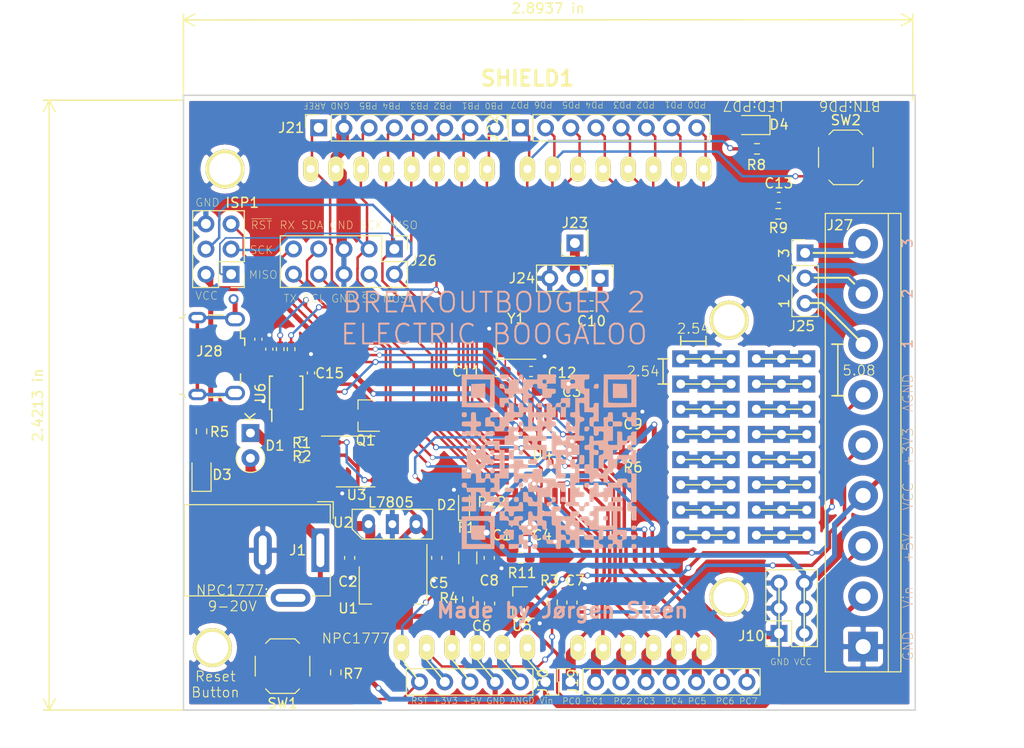
<source format=kicad_pcb>
(kicad_pcb (version 20171130) (host pcbnew "(5.1.7)-1")
  (layers (0 F.Cu signal hide) (31 B.Cu signal hide) (34 B.Paste user hide) (35 F.Paste user hide) (36 B.SilkS user) (37 F.SilkS user) (38 B.Mask user hide) (39 F.Mask user hide) (44 Edge.Cuts user))
  (net 0 "")
  (net 1 AVCC)
  (net 2 GND)
  (net 3 AREF)
  (net 4 +5V)
  (net 5 +3V3)
  (net 6 VCC)
  (net 7 "Net-(R1-Pad2)")
  (net 8 "Net-(C2-Pad2)")
  (net 9 "Net-(J13-Pad1)")
  (net 10 "Net-(J14-Pad1)")
  (net 11 "Net-(J15-Pad1)")
  (net 12 "Net-(J16-Pad1)")
  (net 13 "Net-(J18-Pad1)")
  (net 14 "Net-(J23-Pad1)")
  (net 15 "Net-(J25-Pad1)")
  (net 16 AGND)
  (net 17 "XTAL1(PB6)")
  (net 18 "XTAL2(PB7)")
  (net 19 PD6)
  (net 20 VUSB)
  (net 21 V_supply)
  (net 22 "Net-(D3-Pad2)")
  (net 23 "Net-(D4-Pad2)")
  (net 24 ~RESET)
  (net 25 PB3)
  (net 26 PB5)
  (net 27 PB4)
  (net 28 "Net-(J1-Pad3)")
  (net 29 "Net-(J2-Pad1)")
  (net 30 "Net-(J3-Pad1)")
  (net 31 "Net-(J4-Pad1)")
  (net 32 "Net-(J5-Pad1)")
  (net 33 "Net-(J6-Pad1)")
  (net 34 "Net-(J7-Pad1)")
  (net 35 "Net-(J8-Pad1)")
  (net 36 "Net-(J9-Pad1)")
  (net 37 "Net-(J11-Pad1)")
  (net 38 "Net-(J12-Pad1)")
  (net 39 "Net-(J17-Pad1)")
  (net 40 ADC7)
  (net 41 ADC6)
  (net 42 "PC5(SCL)")
  (net 43 "PC4(SDA)")
  (net 44 PC3)
  (net 45 PC2)
  (net 46 PC1)
  (net 47 PC0)
  (net 48 PB0)
  (net 49 PB1)
  (net 50 PB2)
  (net 51 "PD0(RX)")
  (net 52 "PD1(TX)")
  (net 53 PD2)
  (net 54 PD3)
  (net 55 PD4)
  (net 56 PD5)
  (net 57 PD7)
  (net 58 "Net-(J25-Pad3)")
  (net 59 "Net-(J25-Pad2)")
  (net 60 "Net-(J28-Pad6)")
  (net 61 "Net-(J28-Pad4)")
  (net 62 "Net-(J28-Pad3)")
  (net 63 "Net-(J28-Pad2)")
  (net 64 "Net-(R7-Pad1)")
  (net 65 "Net-(U3-Pad1)")
  (net 66 "Net-(F1-Pad1)")
  (net 67 "Net-(Q1-Pad1)")
  (net 68 "Net-(C16-Pad2)")
  (net 69 "Net-(R10-Pad1)")
  (net 70 "Net-(R13-Pad1)")
  (net 71 "Net-(U6-Pad6)")
  (net 72 "Net-(U6-Pad5)")
  (module jorgen:AtmelSHIELD (layer F.Cu) (at 50.376 115.796)
    (fp_text reference SHIELD1 (at 34.544 -63.5) (layer F.SilkS) (effects (font (size 1.524 1.524) (thickness 0.3048))))
    (fp_text value ATMEL_SHIELD hide)
    (pad GNDS thru_hole circle (at 2.794 -6.096 90) (size 3.937 3.937) (drill 3.175) (layers *.Cu *.Mask F.SilkS) (net 2 GND))
    (pad GNDS thru_hole circle (at 4.064 -54.356 90) (size 3.937 3.937) (drill 3.175) (layers *.Cu *.Mask F.SilkS) (net 2 GND))
    (pad GNDS thru_hole circle (at 54.864 -39.116 90) (size 3.937 3.937) (drill 3.175) (layers *.Cu *.Mask F.SilkS) (net 2 GND))
    (pad GNDS thru_hole circle (at 54.864 -11.176 90) (size 3.937 3.937) (drill 3.175) (layers *.Cu *.Mask F.SilkS) (net 2 GND))
    (pad 5V thru_hole oval (at 26.924 -6.096 90) (size 2.54 1.524) (drill 0.8128) (layers *.Cu *.Mask F.SilkS) (net 4 +5V))
    (pad AREF thru_hole oval (at 12.7 -54.356 90) (size 2.54 1.524) (drill 0.8128) (layers *.Cu *.Mask F.SilkS) (net 3 AREF))
    (pad GND3 thru_hole oval (at 15.24 -54.356 90) (size 2.54 1.524) (drill 0.8128) (layers *.Cu *.Mask F.SilkS) (net 2 GND))
    (pad 13 thru_hole oval (at 17.78 -54.356 90) (size 2.54 1.524) (drill 0.8128) (layers *.Cu *.Mask F.SilkS) (net 26 PB5))
    (pad 12 thru_hole oval (at 20.32 -54.356 90) (size 2.54 1.524) (drill 0.8128) (layers *.Cu *.Mask F.SilkS) (net 27 PB4))
    (pad 11 thru_hole oval (at 22.86 -54.356 90) (size 2.54 1.524) (drill 0.8128) (layers *.Cu *.Mask F.SilkS) (net 25 PB3))
    (pad 10 thru_hole oval (at 25.4 -54.356 90) (size 2.54 1.524) (drill 0.8128) (layers *.Cu *.Mask F.SilkS) (net 50 PB2))
    (pad 9 thru_hole oval (at 27.94 -54.356 90) (size 2.54 1.524) (drill 0.8128) (layers *.Cu *.Mask F.SilkS) (net 49 PB1))
    (pad 8 thru_hole oval (at 30.48 -54.356 90) (size 2.54 1.524) (drill 0.8128) (layers *.Cu *.Mask F.SilkS) (net 48 PB0))
    (pad 7 thru_hole oval (at 34.544 -54.356 90) (size 2.54 1.524) (drill 0.8128) (layers *.Cu *.Mask F.SilkS) (net 57 PD7))
    (pad 6 thru_hole oval (at 37.084 -54.356 90) (size 2.54 1.524) (drill 0.8128) (layers *.Cu *.Mask F.SilkS) (net 19 PD6))
    (pad 5 thru_hole oval (at 39.624 -54.356 90) (size 2.54 1.524) (drill 0.8128) (layers *.Cu *.Mask F.SilkS) (net 56 PD5))
    (pad 4 thru_hole oval (at 42.164 -54.356 90) (size 2.54 1.524) (drill 0.8128) (layers *.Cu *.Mask F.SilkS) (net 55 PD4))
    (pad 3 thru_hole oval (at 44.704 -54.356 90) (size 2.54 1.524) (drill 0.8128) (layers *.Cu *.Mask F.SilkS) (net 54 PD3))
    (pad 2 thru_hole oval (at 47.244 -54.356 90) (size 2.54 1.524) (drill 0.8128) (layers *.Cu *.Mask F.SilkS) (net 53 PD2))
    (pad 1 thru_hole oval (at 49.784 -54.356 90) (size 2.54 1.524) (drill 0.8128) (layers *.Cu *.Mask F.SilkS) (net 52 "PD1(TX)"))
    (pad 0 thru_hole oval (at 52.324 -54.356 90) (size 2.54 1.524) (drill 0.8128) (layers *.Cu *.Mask F.SilkS) (net 51 "PD0(RX)"))
    (pad RST thru_hole oval (at 21.844 -6.096 90) (size 2.54 1.524) (drill 0.8128) (layers *.Cu *.Mask F.SilkS) (net 24 ~RESET))
    (pad 3V3 thru_hole oval (at 24.384 -6.096 90) (size 2.54 1.524) (drill 0.8128) (layers *.Cu *.Mask F.SilkS) (net 5 +3V3))
    (pad GND1 thru_hole oval (at 29.464 -6.096 90) (size 2.54 1.524) (drill 0.8128) (layers *.Cu *.Mask F.SilkS) (net 2 GND))
    (pad GND2 thru_hole oval (at 32.004 -6.096 90) (size 2.54 1.524) (drill 0.8128) (layers *.Cu *.Mask F.SilkS) (net 16 AGND))
    (pad V_IN thru_hole oval (at 34.544 -6.096 90) (size 2.54 1.524) (drill 0.8128) (layers *.Cu *.Mask F.SilkS) (net 21 V_supply))
    (pad AD2 thru_hole oval (at 44.704 -6.096 90) (size 2.54 1.524) (drill 0.8128) (layers *.Cu *.Mask F.SilkS) (net 45 PC2))
    (pad AD1 thru_hole oval (at 42.164 -6.096 90) (size 2.54 1.524) (drill 0.8128) (layers *.Cu *.Mask F.SilkS) (net 46 PC1))
    (pad AD0 thru_hole oval (at 39.624 -6.096 90) (size 2.54 1.524) (drill 0.8128) (layers *.Cu *.Mask F.SilkS) (net 47 PC0))
    (pad AD3 thru_hole oval (at 47.244 -6.096 90) (size 2.54 1.524) (drill 0.8128) (layers *.Cu *.Mask F.SilkS) (net 44 PC3))
    (pad AD4 thru_hole oval (at 49.784 -6.096 90) (size 2.54 1.524) (drill 0.8128) (layers *.Cu *.Mask F.SilkS) (net 43 "PC4(SDA)"))
    (pad AD5 thru_hole oval (at 52.324 -6.096 90) (size 2.54 1.524) (drill 0.8128) (layers *.Cu *.Mask F.SilkS) (net 42 "PC5(SCL)"))
  )
  (module Connector_USB:USB_Micro-B_Wuerth_629105150521 (layer F.Cu) (at 53.6 80.3 270)
    (fp_text reference J28 (at -0.482 0.732 180) (layer F.SilkS))
    (fp_text value USB)
    (pad "" np_thru_hole oval (at 2.5 -0.8 270) (size 0.8 0.8) (drill 0.8) (layers *.Cu *.Mask))
    (pad "" np_thru_hole oval (at -2.5 -0.8 270) (size 0.8 0.8) (drill 0.8) (layers *.Cu *.Mask))
    (pad 6 thru_hole oval (at 3.875 1.95 270) (size 1.15 1.8) (drill oval 0.55 1.2) (layers *.Cu *.Mask) (net 60 "Net-(J28-Pad6)"))
    (pad 6 thru_hole oval (at -3.875 1.95 270) (size 1.15 1.8) (drill oval 0.55 1.2) (layers *.Cu *.Mask) (net 60 "Net-(J28-Pad6)"))
    (pad 6 thru_hole oval (at 3.725 -1.85 270) (size 1.45 2) (drill oval 0.85 1.4) (layers *.Cu *.Mask) (net 60 "Net-(J28-Pad6)"))
    (pad 6 thru_hole oval (at -3.725 -1.85 270) (size 1.45 2) (drill oval 0.85 1.4) (layers *.Cu *.Mask) (net 60 "Net-(J28-Pad6)"))
    (pad 5 smd rect (at 1.3 -1.9 270) (size 0.45 1.3) (layers F.Cu F.Paste F.Mask) (net 2 GND))
    (pad 4 smd rect (at 0.65 -1.9 270) (size 0.45 1.3) (layers F.Cu F.Paste F.Mask) (net 61 "Net-(J28-Pad4)"))
    (pad 3 smd rect (at 0 -1.9 270) (size 0.45 1.3) (layers F.Cu F.Paste F.Mask) (net 62 "Net-(J28-Pad3)"))
    (pad 2 smd rect (at -0.65 -1.9 270) (size 0.45 1.3) (layers F.Cu F.Paste F.Mask) (net 63 "Net-(J28-Pad2)"))
    (pad 1 smd rect (at -1.3 -1.9 270) (size 0.45 1.3) (layers F.Cu F.Paste F.Mask) (net 20 VUSB))
  )
  (module Capacitor_SMD:C_0402_1005Metric (layer F.Cu) (at 57.8 78.6 270)
    (fp_text reference C14 hide)
    (fp_text value 100n)
    (pad 2 smd roundrect (at 0.48 0 270) (size 0.56 0.62) (layers F.Cu F.Paste F.Mask) (net 20 VUSB))
    (pad 1 smd roundrect (at -0.48 0 270) (size 0.56 0.62) (layers F.Cu F.Paste F.Mask) (net 2 GND))
  )
  (module Package_SO:MSOP-10_3x3mm_P0.5mm (layer F.Cu) (at 60.6 84 90)
    (fp_text reference U6 (at 0 -2.6 90) (layer F.SilkS))
    (fp_text value CH340E)
    (pad 10 smd rect (at 2.2 -1 90) (size 1.4 0.3) (layers F.Cu F.Paste F.Mask) (net 68 "Net-(C16-Pad2)"))
    (pad 9 smd rect (at 2.2 -0.5 90) (size 1.4 0.3) (layers F.Cu F.Paste F.Mask) (net 70 "Net-(R13-Pad1)"))
    (pad 8 smd rect (at 2.2 0 90) (size 1.4 0.3) (layers F.Cu F.Paste F.Mask) (net 69 "Net-(R10-Pad1)"))
    (pad 7 smd rect (at 2.2 0.5 90) (size 1.4 0.3) (layers F.Cu F.Paste F.Mask) (net 20 VUSB))
    (pad 6 smd rect (at 2.2 1 90) (size 1.4 0.3) (layers F.Cu F.Paste F.Mask) (net 71 "Net-(U6-Pad6)"))
    (pad 5 smd rect (at -2.2 1 90) (size 1.4 0.3) (layers F.Cu F.Paste F.Mask) (net 72 "Net-(U6-Pad5)"))
    (pad 4 smd rect (at -2.2 0.5 90) (size 1.4 0.3) (layers F.Cu F.Paste F.Mask) (net 24 ~RESET))
    (pad 3 smd rect (at -2.2 0 90) (size 1.4 0.3) (layers F.Cu F.Paste F.Mask) (net 2 GND))
    (pad 2 smd rect (at -2.2 -0.5 90) (size 1.4 0.3) (layers F.Cu F.Paste F.Mask) (net 63 "Net-(J28-Pad2)"))
    (pad 1 smd rect (at -2.2 -1 90) (size 1.4 0.3) (layers F.Cu F.Paste F.Mask) (net 62 "Net-(J28-Pad3)"))
  )
  (module Resistor_SMD:R_0402_1005Metric (layer F.Cu) (at 60 79.6 90)
    (fp_text reference R13 hide)
    (fp_text value 200)
    (pad 2 smd roundrect (at 0.51 0 90) (size 0.54 0.64) (layers F.Cu F.Paste F.Mask) (net 52 "PD1(TX)"))
    (pad 1 smd roundrect (at -0.51 0 90) (size 0.54 0.64) (layers F.Cu F.Paste F.Mask) (net 70 "Net-(R13-Pad1)"))
  )
  (module Resistor_SMD:R_0402_1005Metric (layer F.Cu) (at 61.1 79.6 90)
    (fp_text reference R10 hide)
    (fp_text value 200)
    (pad 2 smd roundrect (at 0.51 0 90) (size 0.54 0.64) (layers F.Cu F.Paste F.Mask) (net 51 "PD0(RX)"))
    (pad 1 smd roundrect (at -0.51 0 90) (size 0.54 0.64) (layers F.Cu F.Paste F.Mask) (net 69 "Net-(R10-Pad1)"))
  )
  (module Capacitor_SMD:C_0402_1005Metric (layer F.Cu) (at 58.9 79.6 270)
    (fp_text reference C16 hide)
    (fp_text value 100n)
    (pad 2 smd roundrect (at 0.48 0 270) (size 0.56 0.62) (layers F.Cu F.Paste F.Mask) (net 68 "Net-(C16-Pad2)"))
    (pad 1 smd roundrect (at -0.48 0 270) (size 0.56 0.62) (layers F.Cu F.Paste F.Mask) (net 2 GND))
  )
  (module Capacitor_SMD:C_0402_1005Metric (layer F.Cu) (at 63.1 82 270)
    (fp_text reference C15 (at 0.025 -1.875 180) (layer F.SilkS))
    (fp_text value 100n)
    (pad 2 smd roundrect (at 0.48 0 270) (size 0.56 0.62) (layers F.Cu F.Paste F.Mask) (net 20 VUSB))
    (pad 1 smd roundrect (at -0.48 0 270) (size 0.56 0.62) (layers F.Cu F.Paste F.Mask) (net 2 GND))
  )
  (module Package_TO_SOT_SMD:SOT-23 (layer F.Cu) (at 68.6 86.3 180)
    (fp_text reference Q1 (at 0 -2.5) (layer F.SilkS))
    (fp_text value AO3401A)
    (pad 3 smd rect (at 1 0 180) (size 0.9 0.8) (layers F.Cu F.Paste F.Mask) (net 4 +5V))
    (pad 2 smd rect (at -1 0.95 180) (size 0.9 0.8) (layers F.Cu F.Paste F.Mask) (net 20 VUSB))
    (pad 1 smd rect (at -1 -0.95 180) (size 0.9 0.8) (layers F.Cu F.Paste F.Mask) (net 67 "Net-(Q1-Pad1)"))
  )
  (module jorgen:BB2QR (layer B.Cu) (at 87.1 90.7 180)
    (fp_text reference LOGO1 hide)
    (fp_text value Logo_Open_Hardware_Large hide)
  )
  (module Package_SO:SOIC-8_3.9x4.9mm_P1.27mm (layer F.Cu) (at 67.6 90.93)
    (fp_text reference U3 (at 0.1 3.37) (layer F.SilkS))
    (fp_text value LM358)
    (pad 8 smd roundrect (at 2.475 -1.905) (size 1.95 0.6) (layers F.Cu F.Paste F.Mask) (net 4 +5V))
    (pad 7 smd roundrect (at 2.475 -0.635) (size 1.95 0.6) (layers F.Cu F.Paste F.Mask) (net 67 "Net-(Q1-Pad1)"))
    (pad 6 smd roundrect (at 2.475 0.635) (size 1.95 0.6) (layers F.Cu F.Paste F.Mask) (net 67 "Net-(Q1-Pad1)"))
    (pad 5 smd roundrect (at 2.475 1.905) (size 1.95 0.6) (layers F.Cu F.Paste F.Mask) (net 65 "Net-(U3-Pad1)"))
    (pad 4 smd roundrect (at -2.475 1.905) (size 1.95 0.6) (layers F.Cu F.Paste F.Mask) (net 2 GND))
    (pad 3 smd roundrect (at -2.475 0.635) (size 1.95 0.6) (layers F.Cu F.Paste F.Mask) (net 7 "Net-(R1-Pad2)"))
    (pad 2 smd roundrect (at -2.475 -0.635) (size 1.95 0.6) (layers F.Cu F.Paste F.Mask) (net 4 +5V))
    (pad 1 smd roundrect (at -2.475 -1.905) (size 1.95 0.6) (layers F.Cu F.Paste F.Mask) (net 65 "Net-(U3-Pad1)"))
  )
  (module Package_TO_SOT_SMD:SOT-223-3_TabPin2 (layer F.Cu) (at 71.375 103.4 270)
    (fp_text reference U1 (at 2.34 4.525 180) (layer F.SilkS))
    (fp_text value NCP1117-5)
    (pad 1 smd rect (at -3.15 -2.3 270) (size 2 1.5) (layers F.Cu F.Paste F.Mask) (net 2 GND))
    (pad 3 smd rect (at -3.15 2.3 270) (size 2 1.5) (layers F.Cu F.Paste F.Mask) (net 8 "Net-(C2-Pad2)"))
    (pad 2 smd rect (at -3.15 0 270) (size 2 1.5) (layers F.Cu F.Paste F.Mask) (net 4 +5V))
    (pad 2 smd rect (at 3.15 0 270) (size 2 4) (layers F.Cu F.Paste F.Mask) (net 4 +5V))
  )
  (module Diode_SMD:D_SC-80_HandSoldering (layer F.Cu) (at 78.522 95.058 90)
    (fp_text reference D2 (at -0.254 -1.778 180) (layer F.SilkS))
    (fp_text value "5,5+ Zener")
    (pad 1 smd rect (at -1.1 0 90) (size 1.1 0.6) (layers F.Cu F.Paste F.Mask) (net 6 VCC))
    (pad 2 smd rect (at 1.1 0 90) (size 1.1 0.6) (layers F.Cu F.Paste F.Mask) (net 2 GND))
  )
  (module Connector_PinSocket_2.54mm:PinSocket_1x08_P2.54mm_Vertical (layer F.Cu) (at 89.25 113.15 90)
    (fp_text reference J20 (at 0 -2.77 90) (layer F.SilkS))
    (fp_text value ADC_Connector)
    (pad 8 thru_hole oval (at 0 17.78 90) (size 1.7 1.7) (drill 1) (layers *.Cu *.Mask) (net 40 ADC7))
    (pad 7 thru_hole oval (at 0 15.24 90) (size 1.7 1.7) (drill 1) (layers *.Cu *.Mask) (net 41 ADC6))
    (pad 6 thru_hole oval (at 0 12.7 90) (size 1.7 1.7) (drill 1) (layers *.Cu *.Mask) (net 42 "PC5(SCL)"))
    (pad 5 thru_hole oval (at 0 10.16 90) (size 1.7 1.7) (drill 1) (layers *.Cu *.Mask) (net 43 "PC4(SDA)"))
    (pad 4 thru_hole oval (at 0 7.62 90) (size 1.7 1.7) (drill 1) (layers *.Cu *.Mask) (net 44 PC3))
    (pad 3 thru_hole oval (at 0 5.08 90) (size 1.7 1.7) (drill 1) (layers *.Cu *.Mask) (net 45 PC2))
    (pad 2 thru_hole oval (at 0 2.54 90) (size 1.7 1.7) (drill 1) (layers *.Cu *.Mask) (net 46 PC1))
    (pad 1 thru_hole rect (at 0 0 90) (size 1.7 1.7) (drill 1) (layers *.Cu *.Mask) (net 47 PC0))
  )
  (module Connector_PinSocket_2.54mm:PinSocket_2x03_P2.54mm_Vertical (layer F.Cu) (at 110.272 108.266 180)
    (fp_text reference J10 (at 2.794 -0.254) (layer F.SilkS))
    (fp_text value Conn_01x06)
    (pad 6 thru_hole oval (at -2.54 5.08 180) (size 1.7 1.7) (drill 1) (layers *.Cu *.Mask) (net 6 VCC))
    (pad 5 thru_hole oval (at 0 5.08 180) (size 1.7 1.7) (drill 1) (layers *.Cu *.Mask) (net 2 GND))
    (pad 4 thru_hole oval (at -2.54 2.54 180) (size 1.7 1.7) (drill 1) (layers *.Cu *.Mask) (net 6 VCC))
    (pad 3 thru_hole oval (at 0 2.54 180) (size 1.7 1.7) (drill 1) (layers *.Cu *.Mask) (net 2 GND))
    (pad 2 thru_hole oval (at -2.54 0 180) (size 1.7 1.7) (drill 1) (layers *.Cu *.Mask) (net 6 VCC))
    (pad 1 thru_hole rect (at 0 0 180) (size 1.7 1.7) (drill 1) (layers *.Cu *.Mask) (net 2 GND))
  )
  (module Connector_PinSocket_2.54mm:PinSocket_1x08_P2.54mm_Vertical (layer F.Cu) (at 84.201 57.277 90)
    (fp_text reference J22 (at 0 -2.77 90) (layer F.SilkS))
    (fp_text value PORD_connector)
    (pad 8 thru_hole oval (at 0 17.78 90) (size 1.7 1.7) (drill 1) (layers *.Cu *.Mask) (net 51 "PD0(RX)"))
    (pad 7 thru_hole oval (at 0 15.24 90) (size 1.7 1.7) (drill 1) (layers *.Cu *.Mask) (net 52 "PD1(TX)"))
    (pad 6 thru_hole oval (at 0 12.7 90) (size 1.7 1.7) (drill 1) (layers *.Cu *.Mask) (net 53 PD2))
    (pad 5 thru_hole oval (at 0 10.16 90) (size 1.7 1.7) (drill 1) (layers *.Cu *.Mask) (net 54 PD3))
    (pad 4 thru_hole oval (at 0 7.62 90) (size 1.7 1.7) (drill 1) (layers *.Cu *.Mask) (net 55 PD4))
    (pad 3 thru_hole oval (at 0 5.08 90) (size 1.7 1.7) (drill 1) (layers *.Cu *.Mask) (net 56 PD5))
    (pad 2 thru_hole oval (at 0 2.54 90) (size 1.7 1.7) (drill 1) (layers *.Cu *.Mask) (net 19 PD6))
    (pad 1 thru_hole rect (at 0 0 90) (size 1.7 1.7) (drill 1) (layers *.Cu *.Mask) (net 57 PD7))
  )
  (module Connector_PinSocket_2.54mm:PinSocket_1x08_P2.54mm_Vertical (layer F.Cu) (at 63.881 57.277 90)
    (fp_text reference J21 (at 0 -2.77 180) (layer F.SilkS))
    (fp_text value PORB++_connector)
    (pad 8 thru_hole oval (at 0 17.78 90) (size 1.7 1.7) (drill 1) (layers *.Cu *.Mask) (net 48 PB0))
    (pad 7 thru_hole oval (at 0 15.24 90) (size 1.7 1.7) (drill 1) (layers *.Cu *.Mask) (net 49 PB1))
    (pad 6 thru_hole oval (at 0 12.7 90) (size 1.7 1.7) (drill 1) (layers *.Cu *.Mask) (net 50 PB2))
    (pad 5 thru_hole oval (at 0 10.16 90) (size 1.7 1.7) (drill 1) (layers *.Cu *.Mask) (net 25 PB3))
    (pad 4 thru_hole oval (at 0 7.62 90) (size 1.7 1.7) (drill 1) (layers *.Cu *.Mask) (net 27 PB4))
    (pad 3 thru_hole oval (at 0 5.08 90) (size 1.7 1.7) (drill 1) (layers *.Cu *.Mask) (net 26 PB5))
    (pad 2 thru_hole oval (at 0 2.54 90) (size 1.7 1.7) (drill 1) (layers *.Cu *.Mask) (net 2 GND))
    (pad 1 thru_hole rect (at 0 0 90) (size 1.7 1.7) (drill 1) (layers *.Cu *.Mask) (net 3 AREF))
  )
  (module Connector_PinSocket_2.54mm:PinSocket_1x06_P2.54mm_Vertical (layer F.Cu) (at 86.741 113.157 270)
    (fp_text reference J19 (at 0 -2.77 90) (layer F.SilkS))
    (fp_text value Power_connector)
    (pad 6 thru_hole oval (at 0 12.7 270) (size 1.7 1.7) (drill 1) (layers *.Cu *.Mask) (net 24 ~RESET))
    (pad 5 thru_hole oval (at 0 10.16 270) (size 1.7 1.7) (drill 1) (layers *.Cu *.Mask) (net 5 +3V3))
    (pad 4 thru_hole oval (at 0 7.62 270) (size 1.7 1.7) (drill 1) (layers *.Cu *.Mask) (net 4 +5V))
    (pad 3 thru_hole oval (at 0 5.08 270) (size 1.7 1.7) (drill 1) (layers *.Cu *.Mask) (net 2 GND))
    (pad 2 thru_hole oval (at 0 2.54 270) (size 1.7 1.7) (drill 1) (layers *.Cu *.Mask) (net 16 AGND))
    (pad 1 thru_hole rect (at 0 0 270) (size 1.7 1.7) (drill 1) (layers *.Cu *.Mask) (net 21 V_supply))
  )
  (module Crystal:Crystal_SMD_3225-4Pin_3.2x2.5mm (layer F.Cu) (at 83.772 78.968)
    (fp_text reference Y1 (at 0 -2.45) (layer F.SilkS))
    (fp_text value Crystal_GND24)
    (pad 4 smd rect (at -1.1 -0.85) (size 1.4 1.2) (layers F.Cu F.Paste F.Mask) (net 2 GND))
    (pad 3 smd rect (at 1.1 -0.85) (size 1.4 1.2) (layers F.Cu F.Paste F.Mask) (net 17 "XTAL1(PB6)"))
    (pad 2 smd rect (at 1.1 0.85) (size 1.4 1.2) (layers F.Cu F.Paste F.Mask) (net 2 GND))
    (pad 1 smd rect (at -1.1 0.85) (size 1.4 1.2) (layers F.Cu F.Paste F.Mask) (net 18 "XTAL2(PB7)"))
  )
  (module jorgen:conn_01x03_square (layer F.Cu) (at 111.796 94.55)
    (fp_text reference J18 hide)
    (fp_text value 01x03)
    (pad 3 thru_hole rect (at 1.27 3.81) (size 1.7 1.7) (drill 0.9) (layers *.Cu *.Mask) (net 13 "Net-(J18-Pad1)"))
    (pad 2 thru_hole rect (at -1.27 3.81) (size 1.7 1.7) (drill 0.9) (layers *.Cu *.Mask) (net 13 "Net-(J18-Pad1)"))
    (pad 1 thru_hole rect (at -3.81 3.81) (size 1.7 1.7) (drill 0.9) (layers *.Cu *.Mask) (net 13 "Net-(J18-Pad1)"))
  )
  (module jorgen:conn_01x03_square (layer F.Cu) (at 104.176 94.55)
    (fp_text reference J17 hide)
    (fp_text value 01x03)
    (pad 3 thru_hole rect (at 1.27 3.81) (size 1.7 1.7) (drill 0.9) (layers *.Cu *.Mask) (net 39 "Net-(J17-Pad1)"))
    (pad 2 thru_hole rect (at -1.27 3.81) (size 1.7 1.7) (drill 0.9) (layers *.Cu *.Mask) (net 39 "Net-(J17-Pad1)"))
    (pad 1 thru_hole rect (at -3.81 3.81) (size 1.7 1.7) (drill 0.9) (layers *.Cu *.Mask) (net 39 "Net-(J17-Pad1)"))
  )
  (module jorgen:conn_01x03_square (layer F.Cu) (at 111.796 92.01)
    (fp_text reference J16 hide)
    (fp_text value 01x03)
    (pad 3 thru_hole rect (at 1.27 3.81) (size 1.7 1.7) (drill 0.9) (layers *.Cu *.Mask) (net 12 "Net-(J16-Pad1)"))
    (pad 2 thru_hole rect (at -1.27 3.81) (size 1.7 1.7) (drill 0.9) (layers *.Cu *.Mask) (net 12 "Net-(J16-Pad1)"))
    (pad 1 thru_hole rect (at -3.81 3.81) (size 1.7 1.7) (drill 0.9) (layers *.Cu *.Mask) (net 12 "Net-(J16-Pad1)"))
  )
  (module jorgen:conn_01x03_square (layer F.Cu) (at 104.176 92.01)
    (fp_text reference J15 hide)
    (fp_text value 01x03)
    (pad 3 thru_hole rect (at 1.27 3.81) (size 1.7 1.7) (drill 0.9) (layers *.Cu *.Mask) (net 11 "Net-(J15-Pad1)"))
    (pad 2 thru_hole rect (at -1.27 3.81) (size 1.7 1.7) (drill 0.9) (layers *.Cu *.Mask) (net 11 "Net-(J15-Pad1)"))
    (pad 1 thru_hole rect (at -3.81 3.81) (size 1.7 1.7) (drill 0.9) (layers *.Cu *.Mask) (net 11 "Net-(J15-Pad1)"))
  )
  (module jorgen:conn_01x03_square (layer F.Cu) (at 111.796 89.47)
    (fp_text reference J14 hide)
    (fp_text value 01x03)
    (pad 3 thru_hole rect (at 1.27 3.81) (size 1.7 1.7) (drill 0.9) (layers *.Cu *.Mask) (net 10 "Net-(J14-Pad1)"))
    (pad 2 thru_hole rect (at -1.27 3.81) (size 1.7 1.7) (drill 0.9) (layers *.Cu *.Mask) (net 10 "Net-(J14-Pad1)"))
    (pad 1 thru_hole rect (at -3.81 3.81) (size 1.7 1.7) (drill 0.9) (layers *.Cu *.Mask) (net 10 "Net-(J14-Pad1)"))
  )
  (module jorgen:conn_01x03_square (layer F.Cu) (at 104.176 89.47)
    (fp_text reference J13 hide)
    (fp_text value 01x03)
    (pad 3 thru_hole rect (at 1.27 3.81) (size 1.7 1.7) (drill 0.9) (layers *.Cu *.Mask) (net 9 "Net-(J13-Pad1)"))
    (pad 2 thru_hole rect (at -1.27 3.81) (size 1.7 1.7) (drill 0.9) (layers *.Cu *.Mask) (net 9 "Net-(J13-Pad1)"))
    (pad 1 thru_hole rect (at -3.81 3.81) (size 1.7 1.7) (drill 0.9) (layers *.Cu *.Mask) (net 9 "Net-(J13-Pad1)"))
  )
  (module jorgen:conn_01x03_square (layer F.Cu) (at 111.796 86.93)
    (fp_text reference J12 hide)
    (fp_text value 01x03)
    (pad 3 thru_hole rect (at 1.27 3.81) (size 1.7 1.7) (drill 0.9) (layers *.Cu *.Mask) (net 38 "Net-(J12-Pad1)"))
    (pad 2 thru_hole rect (at -1.27 3.81) (size 1.7 1.7) (drill 0.9) (layers *.Cu *.Mask) (net 38 "Net-(J12-Pad1)"))
    (pad 1 thru_hole rect (at -3.81 3.81) (size 1.7 1.7) (drill 0.9) (layers *.Cu *.Mask) (net 38 "Net-(J12-Pad1)"))
  )
  (module jorgen:conn_01x03_square (layer F.Cu) (at 104.176 86.93)
    (fp_text reference J11 hide)
    (fp_text value 01x03)
    (pad 3 thru_hole rect (at 1.27 3.81) (size 1.7 1.7) (drill 0.9) (layers *.Cu *.Mask) (net 37 "Net-(J11-Pad1)"))
    (pad 2 thru_hole rect (at -1.27 3.81) (size 1.7 1.7) (drill 0.9) (layers *.Cu *.Mask) (net 37 "Net-(J11-Pad1)"))
    (pad 1 thru_hole rect (at -3.81 3.81) (size 1.7 1.7) (drill 0.9) (layers *.Cu *.Mask) (net 37 "Net-(J11-Pad1)"))
  )
  (module jorgen:conn_01x03_square (layer F.Cu) (at 104.176 84.39)
    (fp_text reference J9 hide)
    (fp_text value 01x03)
    (pad 3 thru_hole rect (at 1.27 3.81) (size 1.7 1.7) (drill 0.9) (layers *.Cu *.Mask) (net 36 "Net-(J9-Pad1)"))
    (pad 2 thru_hole rect (at -1.27 3.81) (size 1.7 1.7) (drill 0.9) (layers *.Cu *.Mask) (net 36 "Net-(J9-Pad1)"))
    (pad 1 thru_hole rect (at -3.81 3.81) (size 1.7 1.7) (drill 0.9) (layers *.Cu *.Mask) (net 36 "Net-(J9-Pad1)"))
  )
  (module jorgen:conn_01x03_square (layer F.Cu) (at 111.796 84.39)
    (fp_text reference J8 hide)
    (fp_text value 01x03)
    (pad 3 thru_hole rect (at 1.27 3.81) (size 1.7 1.7) (drill 0.9) (layers *.Cu *.Mask) (net 35 "Net-(J8-Pad1)"))
    (pad 2 thru_hole rect (at -1.27 3.81) (size 1.7 1.7) (drill 0.9) (layers *.Cu *.Mask) (net 35 "Net-(J8-Pad1)"))
    (pad 1 thru_hole rect (at -3.81 3.81) (size 1.7 1.7) (drill 0.9) (layers *.Cu *.Mask) (net 35 "Net-(J8-Pad1)"))
  )
  (module jorgen:conn_01x03_square (layer F.Cu) (at 104.176 81.85)
    (fp_text reference J7 hide)
    (fp_text value 01x03)
    (pad 3 thru_hole rect (at 1.27 3.81) (size 1.7 1.7) (drill 0.9) (layers *.Cu *.Mask) (net 34 "Net-(J7-Pad1)"))
    (pad 2 thru_hole rect (at -1.27 3.81) (size 1.7 1.7) (drill 0.9) (layers *.Cu *.Mask) (net 34 "Net-(J7-Pad1)"))
    (pad 1 thru_hole rect (at -3.81 3.81) (size 1.7 1.7) (drill 0.9) (layers *.Cu *.Mask) (net 34 "Net-(J7-Pad1)"))
  )
  (module jorgen:conn_01x03_square (layer F.Cu) (at 111.796 81.85)
    (fp_text reference J6 hide)
    (fp_text value 01x03)
    (pad 3 thru_hole rect (at 1.27 3.81) (size 1.7 1.7) (drill 0.9) (layers *.Cu *.Mask) (net 33 "Net-(J6-Pad1)"))
    (pad 2 thru_hole rect (at -1.27 3.81) (size 1.7 1.7) (drill 0.9) (layers *.Cu *.Mask) (net 33 "Net-(J6-Pad1)"))
    (pad 1 thru_hole rect (at -3.81 3.81) (size 1.7 1.7) (drill 0.9) (layers *.Cu *.Mask) (net 33 "Net-(J6-Pad1)"))
  )
  (module jorgen:conn_01x03_square (layer F.Cu) (at 104.176 79.31)
    (fp_text reference J5 hide)
    (fp_text value 01x03)
    (pad 3 thru_hole rect (at 1.27 3.81) (size 1.7 1.7) (drill 0.9) (layers *.Cu *.Mask) (net 32 "Net-(J5-Pad1)"))
    (pad 2 thru_hole rect (at -1.27 3.81) (size 1.7 1.7) (drill 0.9) (layers *.Cu *.Mask) (net 32 "Net-(J5-Pad1)"))
    (pad 1 thru_hole rect (at -3.81 3.81) (size 1.7 1.7) (drill 0.9) (layers *.Cu *.Mask) (net 32 "Net-(J5-Pad1)"))
  )
  (module jorgen:conn_01x03_square (layer F.Cu) (at 111.796 79.31)
    (fp_text reference J4 hide)
    (fp_text value 01x03)
    (pad 3 thru_hole rect (at 1.27 3.81) (size 1.7 1.7) (drill 0.9) (layers *.Cu *.Mask) (net 31 "Net-(J4-Pad1)"))
    (pad 2 thru_hole rect (at -1.27 3.81) (size 1.7 1.7) (drill 0.9) (layers *.Cu *.Mask) (net 31 "Net-(J4-Pad1)"))
    (pad 1 thru_hole rect (at -3.81 3.81) (size 1.7 1.7) (drill 0.9) (layers *.Cu *.Mask) (net 31 "Net-(J4-Pad1)"))
  )
  (module jorgen:conn_01x03_square (layer F.Cu) (at 104.176 76.77)
    (fp_text reference J3 hide)
    (fp_text value 01x03)
    (pad 3 thru_hole rect (at 1.27 3.81) (size 1.7 1.7) (drill 0.9) (layers *.Cu *.Mask) (net 30 "Net-(J3-Pad1)"))
    (pad 2 thru_hole rect (at -1.27 3.81) (size 1.7 1.7) (drill 0.9) (layers *.Cu *.Mask) (net 30 "Net-(J3-Pad1)"))
    (pad 1 thru_hole rect (at -3.81 3.81) (size 1.7 1.7) (drill 0.9) (layers *.Cu *.Mask) (net 30 "Net-(J3-Pad1)"))
  )
  (module jorgen:conn_01x03_square (layer F.Cu) (at 111.796 76.77)
    (fp_text reference J2 hide)
    (fp_text value 01x03)
    (pad 3 thru_hole rect (at 1.27 3.81) (size 1.7 1.7) (drill 0.9) (layers *.Cu *.Mask) (net 29 "Net-(J2-Pad1)"))
    (pad 2 thru_hole rect (at -1.27 3.81) (size 1.7 1.7) (drill 0.9) (layers *.Cu *.Mask) (net 29 "Net-(J2-Pad1)"))
    (pad 1 thru_hole rect (at -3.81 3.81) (size 1.7 1.7) (drill 0.9) (layers *.Cu *.Mask) (net 29 "Net-(J2-Pad1)"))
  )
  (module Button_Switch_SMD:SW_SPST_TL3342 (layer F.Cu) (at 117.003 60.26)
    (fp_text reference SW2 (at 0 -3.75) (layer F.SilkS))
    (fp_text value SW_Push)
    (pad 2 smd rect (at 3.15 1.9) (size 1.7 1) (layers F.Cu F.Paste F.Mask) (net 19 PD6))
    (pad 2 smd rect (at -3.15 1.9) (size 1.7 1) (layers F.Cu F.Paste F.Mask) (net 19 PD6))
    (pad 1 smd rect (at 3.15 -1.9) (size 1.7 1) (layers F.Cu F.Paste F.Mask) (net 2 GND))
    (pad 1 smd rect (at -3.15 -1.9) (size 1.7 1) (layers F.Cu F.Paste F.Mask) (net 2 GND))
  )
  (module Button_Switch_SMD:SW_SPST_TL3342 (layer F.Cu) (at 60.234 111.568 180)
    (fp_text reference SW1 (at 0 -3.75) (layer F.SilkS))
    (fp_text value SW_Push)
    (pad 2 smd rect (at 3.15 1.9 180) (size 1.7 1) (layers F.Cu F.Paste F.Mask) (net 2 GND))
    (pad 2 smd rect (at -3.15 1.9 180) (size 1.7 1) (layers F.Cu F.Paste F.Mask) (net 2 GND))
    (pad 1 smd rect (at 3.15 -1.9 180) (size 1.7 1) (layers F.Cu F.Paste F.Mask) (net 64 "Net-(R7-Pad1)"))
    (pad 1 smd rect (at -3.15 -1.9 180) (size 1.7 1) (layers F.Cu F.Paste F.Mask) (net 64 "Net-(R7-Pad1)"))
  )
  (module Resistor_SMD:R_0603_1608Metric_Pad0.98x0.95mm_HandSolder (layer F.Cu) (at 81.316 96.455)
    (fp_text reference R12 (at 0 -1.43) (layer F.SilkS))
    (fp_text value 0R)
    (pad 2 smd roundrect (at 0.9125 0) (size 0.975 0.95) (layers F.Cu F.Paste F.Mask) (net 1 AVCC))
    (pad 1 smd roundrect (at -0.9125 0) (size 0.975 0.95) (layers F.Cu F.Paste F.Mask) (net 6 VCC))
  )
  (module Resistor_SMD:R_0603_1608Metric_Pad0.98x0.95mm_HandSolder (layer F.Cu) (at 84.237 100.646)
    (fp_text reference R11 (at 0.127 1.524) (layer F.SilkS))
    (fp_text value 0R)
    (pad 2 smd roundrect (at 0.9125 0) (size 0.975 0.95) (layers F.Cu F.Paste F.Mask) (net 3 AREF))
    (pad 1 smd roundrect (at -0.9125 0) (size 0.975 0.95) (layers F.Cu F.Paste F.Mask) (net 6 VCC))
  )
  (module Connector_BarrelJack:BarrelJack_Wuerth_6941xx301002 (layer F.Cu) (at 64.044 99.884 270)
    (fp_text reference J1 (at 0 2.286 180) (layer F.SilkS))
    (fp_text value Jack-DC)
    (pad 1 thru_hole rect (at 0 0 270) (size 4.4 1.8) (drill oval 3.4 0.8) (layers *.Cu *.Mask) (net 21 V_supply))
    (pad 2 thru_hole oval (at 0 5.8 270) (size 4 1.8) (drill oval 3 0.8) (layers *.Cu *.Mask) (net 2 GND))
    (pad 3 thru_hole oval (at 4.8 3) (size 4 1.8) (drill oval 3 0.8) (layers *.Cu *.Mask) (net 28 "Net-(J1-Pad3)"))
  )
  (module Fuse:Fuse_1206_3216Metric_Pad1.42x1.75mm_HandSolder (layer F.Cu) (at 78.903 100.646 90)
    (fp_text reference F1 (at 3.048 -0.127 180) (layer F.SilkS))
    (fp_text value Polyfuse)
    (pad 2 smd roundrect (at 1.4875 0 90) (size 1.425 1.75) (layers F.Cu F.Paste F.Mask) (roundrect_rratio 0.1754385964912281) (net 6 VCC))
    (pad 1 smd roundrect (at -1.4875 0 90) (size 1.425 1.75) (layers F.Cu F.Paste F.Mask) (roundrect_rratio 0.1754385964912281) (net 66 "Net-(F1-Pad1)"))
  )
  (module jorgen:TerminalBlock_bornier-9_P5.08mm (layer F.Cu) (at 118.745 109.601 90)
    (fp_text reference J27 (at 42.501 -2.345 180) (layer F.SilkS))
    (fp_text value "Power terminal")
    (pad 9 thru_hole circle (at 40.64 0 90) (size 3 3) (drill 1.52) (layers *.Cu *.Mask) (net 15 "Net-(J25-Pad1)"))
    (pad 8 thru_hole circle (at 35.56 0 90) (size 3 3) (drill 1.52) (layers *.Cu *.Mask) (net 59 "Net-(J25-Pad2)"))
    (pad 7 thru_hole circle (at 30.48 0 90) (size 3 3) (drill 1.52) (layers *.Cu *.Mask) (net 58 "Net-(J25-Pad3)"))
    (pad 6 thru_hole circle (at 25.4 0 90) (size 3 3) (drill 1.52) (layers *.Cu *.Mask) (net 16 AGND))
    (pad 5 thru_hole circle (at 20.32 0 90) (size 3 3) (drill 1.52) (layers *.Cu *.Mask) (net 5 +3V3))
    (pad 4 thru_hole circle (at 15.24 0 90) (size 3 3) (drill 1.52) (layers *.Cu *.Mask) (net 6 VCC))
    (pad 1 thru_hole rect (at 0 0 90) (size 3 3) (drill 1.52) (layers *.Cu *.Mask) (net 2 GND))
    (pad 3 thru_hole circle (at 10.16 0 90) (size 3 3) (drill 1.52) (layers *.Cu *.Mask) (net 4 +5V))
    (pad 2 thru_hole circle (at 5.08 0 90) (size 3 3) (drill 1.52) (layers *.Cu *.Mask) (net 21 V_supply))
  )
  (module Connector_PinHeader_2.54mm:PinHeader_1x01_P2.54mm_Vertical (layer F.Cu) (at 89.698 68.896 90)
    (fp_text reference J23 (at 2.032 0 180) (layer F.SilkS))
    (fp_text value Conn_01x01)
    (pad 1 thru_hole rect (at 0 0 90) (size 1.7 1.7) (drill 1) (layers *.Cu *.Mask) (net 14 "Net-(J23-Pad1)"))
  )
  (module jorgen:TO-220-ver2 (layer F.Cu) (at 71.3 97.25)
    (fp_text reference U2 (at -4.97 -0.16) (layer F.SilkS))
    (fp_text value L7805 (at -0.144 -2.192) (layer F.SilkS))
    (pad 3 thru_hole oval (at 2.4 0) (size 1.3 2) (drill 0.8) (layers *.Cu *.Mask) (net 4 +5V))
    (pad 2 thru_hole rect (at 0 0) (size 1.3 2) (drill 0.8) (layers *.Cu *.Mask) (net 2 GND))
    (pad 1 thru_hole oval (at -2.4 0) (size 1.3 2) (drill 0.8) (layers *.Cu *.Mask) (net 8 "Net-(C2-Pad2)"))
  )
  (module Package_TO_SOT_SMD:SOT-23 (layer F.Cu) (at 84.2 105.15 180)
    (fp_text reference U5 (at -0.164 -2.354) (layer F.SilkS))
    (fp_text value MCP1700-33)
    (pad 3 smd rect (at 1 0 180) (size 0.9 0.8) (layers F.Cu F.Paste F.Mask) (net 4 +5V))
    (pad 2 smd rect (at -1 0.95 180) (size 0.9 0.8) (layers F.Cu F.Paste F.Mask) (net 5 +3V3))
    (pad 1 smd rect (at -1 -0.95 180) (size 0.9 0.8) (layers F.Cu F.Paste F.Mask) (net 2 GND))
  )
  (module Package_QFP:TQFP-32_7x7mm_P0.8mm (layer F.Cu) (at 86.487 90.17 270)
    (fp_text reference U4 (at 0.062 0.091 180) (layer F.SilkS))
    (fp_text value ATMEGA328P-AU)
    (pad 32 smd rect (at -2.8 -4.25) (size 1.6 0.55) (layers F.Cu F.Paste F.Mask) (net 53 PD2))
    (pad 31 smd rect (at -2 -4.25) (size 1.6 0.55) (layers F.Cu F.Paste F.Mask) (net 52 "PD1(TX)"))
    (pad 30 smd rect (at -1.2 -4.25) (size 1.6 0.55) (layers F.Cu F.Paste F.Mask) (net 51 "PD0(RX)"))
    (pad 29 smd rect (at -0.4 -4.25) (size 1.6 0.55) (layers F.Cu F.Paste F.Mask) (net 24 ~RESET))
    (pad 28 smd rect (at 0.4 -4.25) (size 1.6 0.55) (layers F.Cu F.Paste F.Mask) (net 42 "PC5(SCL)"))
    (pad 27 smd rect (at 1.2 -4.25) (size 1.6 0.55) (layers F.Cu F.Paste F.Mask) (net 43 "PC4(SDA)"))
    (pad 26 smd rect (at 2 -4.25) (size 1.6 0.55) (layers F.Cu F.Paste F.Mask) (net 44 PC3))
    (pad 25 smd rect (at 2.8 -4.25) (size 1.6 0.55) (layers F.Cu F.Paste F.Mask) (net 45 PC2))
    (pad 24 smd rect (at 4.25 -2.8 270) (size 1.6 0.55) (layers F.Cu F.Paste F.Mask) (net 46 PC1))
    (pad 23 smd rect (at 4.25 -2 270) (size 1.6 0.55) (layers F.Cu F.Paste F.Mask) (net 47 PC0))
    (pad 22 smd rect (at 4.25 -1.2 270) (size 1.6 0.55) (layers F.Cu F.Paste F.Mask) (net 40 ADC7))
    (pad 21 smd rect (at 4.25 -0.4 270) (size 1.6 0.55) (layers F.Cu F.Paste F.Mask) (net 16 AGND))
    (pad 20 smd rect (at 4.25 0.4 270) (size 1.6 0.55) (layers F.Cu F.Paste F.Mask) (net 3 AREF))
    (pad 19 smd rect (at 4.25 1.2 270) (size 1.6 0.55) (layers F.Cu F.Paste F.Mask) (net 41 ADC6))
    (pad 18 smd rect (at 4.25 2 270) (size 1.6 0.55) (layers F.Cu F.Paste F.Mask) (net 1 AVCC))
    (pad 17 smd rect (at 4.25 2.8 270) (size 1.6 0.55) (layers F.Cu F.Paste F.Mask) (net 26 PB5))
    (pad 16 smd rect (at 2.8 4.25) (size 1.6 0.55) (layers F.Cu F.Paste F.Mask) (net 27 PB4))
    (pad 15 smd rect (at 2 4.25) (size 1.6 0.55) (layers F.Cu F.Paste F.Mask) (net 25 PB3))
    (pad 14 smd rect (at 1.2 4.25) (size 1.6 0.55) (layers F.Cu F.Paste F.Mask) (net 50 PB2))
    (pad 13 smd rect (at 0.4 4.25) (size 1.6 0.55) (layers F.Cu F.Paste F.Mask) (net 49 PB1))
    (pad 12 smd rect (at -0.4 4.25) (size 1.6 0.55) (layers F.Cu F.Paste F.Mask) (net 48 PB0))
    (pad 11 smd rect (at -1.2 4.25) (size 1.6 0.55) (layers F.Cu F.Paste F.Mask) (net 57 PD7))
    (pad 10 smd rect (at -2 4.25) (size 1.6 0.55) (layers F.Cu F.Paste F.Mask) (net 19 PD6))
    (pad 9 smd rect (at -2.8 4.25) (size 1.6 0.55) (layers F.Cu F.Paste F.Mask) (net 56 PD5))
    (pad 8 smd rect (at -4.25 2.8 270) (size 1.6 0.55) (layers F.Cu F.Paste F.Mask) (net 18 "XTAL2(PB7)"))
    (pad 7 smd rect (at -4.25 2 270) (size 1.6 0.55) (layers F.Cu F.Paste F.Mask) (net 17 "XTAL1(PB6)"))
    (pad 6 smd rect (at -4.25 1.2 270) (size 1.6 0.55) (layers F.Cu F.Paste F.Mask) (net 6 VCC))
    (pad 5 smd rect (at -4.25 0.4 270) (size 1.6 0.55) (layers F.Cu F.Paste F.Mask) (net 2 GND))
    (pad 4 smd rect (at -4.25 -0.4 270) (size 1.6 0.55) (layers F.Cu F.Paste F.Mask) (net 6 VCC))
    (pad 3 smd rect (at -4.25 -1.2 270) (size 1.6 0.55) (layers F.Cu F.Paste F.Mask) (net 2 GND))
    (pad 2 smd rect (at -4.25 -2 270) (size 1.6 0.55) (layers F.Cu F.Paste F.Mask) (net 55 PD4))
    (pad 1 smd rect (at -4.25 -2.8 270) (size 1.6 0.55) (layers F.Cu F.Paste F.Mask) (net 54 PD3))
  )
  (module Connector_PinHeader_2.54mm:PinHeader_2x05_P2.54mm_Vertical (layer F.Cu) (at 71.5 69.5 270)
    (fp_text reference J26 (at 1.174 -2.958 180) (layer F.SilkS))
    (fp_text value Com_header)
    (pad 10 thru_hole oval (at 2.54 10.16 270) (size 1.7 1.7) (drill 1) (layers *.Cu *.Mask) (net 51 "PD0(RX)"))
    (pad 9 thru_hole oval (at 0 10.16 270) (size 1.7 1.7) (drill 1) (layers *.Cu *.Mask) (net 52 "PD1(TX)"))
    (pad 8 thru_hole oval (at 2.54 7.62 270) (size 1.7 1.7) (drill 1) (layers *.Cu *.Mask) (net 42 "PC5(SCL)"))
    (pad 7 thru_hole oval (at 0 7.62 270) (size 1.7 1.7) (drill 1) (layers *.Cu *.Mask) (net 43 "PC4(SDA)"))
    (pad 6 thru_hole oval (at 2.54 5.08 270) (size 1.7 1.7) (drill 1) (layers *.Cu *.Mask) (net 2 GND))
    (pad 5 thru_hole oval (at 0 5.08 270) (size 1.7 1.7) (drill 1) (layers *.Cu *.Mask) (net 2 GND))
    (pad 4 thru_hole oval (at 2.54 2.54 270) (size 1.7 1.7) (drill 1) (layers *.Cu *.Mask) (net 50 PB2))
    (pad 3 thru_hole oval (at 0 2.54 270) (size 1.7 1.7) (drill 1) (layers *.Cu *.Mask) (net 26 PB5))
    (pad 2 thru_hole oval (at 2.54 0 270) (size 1.7 1.7) (drill 1) (layers *.Cu *.Mask) (net 25 PB3))
    (pad 1 thru_hole rect (at 0 0 270) (size 1.7 1.7) (drill 1) (layers *.Cu *.Mask) (net 27 PB4))
  )
  (module Connector_PinHeader_2.54mm:PinHeader_1x03_P2.54mm_Vertical (layer F.Cu) (at 112.9 69.9)
    (fp_text reference J25 (at -0.342 7.378) (layer F.SilkS))
    (fp_text value "Pin out")
    (pad 3 thru_hole oval (at 0 5.08) (size 1.7 1.7) (drill 1) (layers *.Cu *.Mask) (net 58 "Net-(J25-Pad3)"))
    (pad 2 thru_hole oval (at 0 2.54) (size 1.7 1.7) (drill 1) (layers *.Cu *.Mask) (net 59 "Net-(J25-Pad2)"))
    (pad 1 thru_hole rect (at 0 0) (size 1.7 1.7) (drill 1) (layers *.Cu *.Mask) (net 15 "Net-(J25-Pad1)"))
  )
  (module Connector_PinHeader_2.54mm:PinHeader_1x03_P2.54mm_Vertical (layer F.Cu) (at 92.238 72.452 270)
    (fp_text reference J24 (at 0 7.874 180) (layer F.SilkS))
    (fp_text value Device_Connector)
    (pad 3 thru_hole oval (at 0 5.08 270) (size 1.7 1.7) (drill 1) (layers *.Cu *.Mask) (net 2 GND))
    (pad 2 thru_hole oval (at 0 2.54 270) (size 1.7 1.7) (drill 1) (layers *.Cu *.Mask) (net 14 "Net-(J23-Pad1)"))
    (pad 1 thru_hole rect (at 0 0 270) (size 1.7 1.7) (drill 1) (layers *.Cu *.Mask) (net 6 VCC))
  )
  (module Connector_PinHeader_2.54mm:PinHeader_2x03_P2.54mm_Vertical (layer F.Cu) (at 55.05 72.05 180)
    (fp_text reference ISP1 (at -1.12 7.218) (layer F.SilkS))
    (fp_text value AVR-ISP-6)
    (pad 6 thru_hole oval (at 2.54 5.08 180) (size 1.7 1.7) (drill 1) (layers *.Cu *.Mask) (net 2 GND))
    (pad 5 thru_hole oval (at 0 5.08 180) (size 1.7 1.7) (drill 1) (layers *.Cu *.Mask) (net 24 ~RESET))
    (pad 4 thru_hole oval (at 2.54 2.54 180) (size 1.7 1.7) (drill 1) (layers *.Cu *.Mask) (net 25 PB3))
    (pad 3 thru_hole oval (at 0 2.54 180) (size 1.7 1.7) (drill 1) (layers *.Cu *.Mask) (net 26 PB5))
    (pad 2 thru_hole oval (at 2.54 0 180) (size 1.7 1.7) (drill 1) (layers *.Cu *.Mask) (net 6 VCC))
    (pad 1 thru_hole rect (at 0 0 180) (size 1.7 1.7) (drill 1) (layers *.Cu *.Mask) (net 27 PB4))
  )
  (module LED_SMD:LED_0805_2012Metric_Pad1.15x1.40mm_HandSolder (layer F.Cu) (at 107.5 57 180)
    (fp_text reference D4 (at -2.772 0.042) (layer F.SilkS))
    (fp_text value "LED user")
    (pad 2 smd roundrect (at 1.025 0 180) (size 1.15 1.4) (layers F.Cu F.Paste F.Mask) (roundrect_rratio 0.2173904347826087) (net 23 "Net-(D4-Pad2)"))
    (pad 1 smd roundrect (at -1.025 0 180) (size 1.15 1.4) (layers F.Cu F.Paste F.Mask) (roundrect_rratio 0.2173904347826087) (net 2 GND))
  )
  (module LED_SMD:LED_0805_2012Metric_Pad1.15x1.40mm_HandSolder (layer F.Cu) (at 52.07 92.075 90)
    (fp_text reference D3 (at -0.189 2.068 180) (layer F.SilkS))
    (fp_text value "LED on")
    (pad 2 smd roundrect (at 1.025 0 90) (size 1.15 1.4) (layers F.Cu F.Paste F.Mask) (roundrect_rratio 0.2173904347826087) (net 22 "Net-(D3-Pad2)"))
    (pad 1 smd roundrect (at -1.025 0 90) (size 1.15 1.4) (layers F.Cu F.Paste F.Mask) (roundrect_rratio 0.2173904347826087) (net 2 GND))
  )
  (module Diode_THT:D_A-405_P2.54mm_Vertical_KathodeUp (layer F.Cu) (at 57 88.06 270)
    (fp_text reference D1 (at 1.27 -2.47 180) (layer F.SilkS))
    (fp_text value D_Schottky)
    (fp_text user K (at -1.638 0 90) (layer F.SilkS))
    (pad 2 thru_hole oval (at 2.54 0 270) (size 1.8 1.8) (drill 0.9) (layers *.Cu *.Mask) (net 21 V_supply))
    (pad 1 thru_hole rect (at 0 0 270) (size 1.8 1.8) (drill 0.9) (layers *.Cu *.Mask) (net 8 "Net-(C2-Pad2)"))
  )
  (module Capacitor_SMD:C_0603_1608Metric_Pad1.08x0.95mm_HandSolder (layer F.Cu) (at 110.25 64.3)
    (fp_text reference C13 (at 0 -1.43) (layer F.SilkS))
    (fp_text value 100n)
    (pad 2 smd roundrect (at 0.8625 0) (size 1.075 0.95) (layers F.Cu F.Paste F.Mask) (net 19 PD6))
    (pad 1 smd roundrect (at -0.8625 0) (size 1.075 0.95) (layers F.Cu F.Paste F.Mask) (net 2 GND))
  )
  (module Capacitor_SMD:C_0603_1608Metric_Pad1.08x0.95mm_HandSolder (layer F.Cu) (at 85.2795 81.85 180)
    (fp_text reference C12 (at -3.1205 -0.125) (layer F.SilkS))
    (fp_text value 22p)
    (pad 2 smd roundrect (at 0.8625 0 180) (size 1.075 0.95) (layers F.Cu F.Paste F.Mask) (net 17 "XTAL1(PB6)"))
    (pad 1 smd roundrect (at -0.8625 0 180) (size 1.075 0.95) (layers F.Cu F.Paste F.Mask) (net 2 GND))
  )
  (module Capacitor_SMD:C_0603_1608Metric_Pad1.08x0.95mm_HandSolder (layer F.Cu) (at 81.824 81.85)
    (fp_text reference C11 (at -3.048 0) (layer F.SilkS))
    (fp_text value 22p)
    (pad 2 smd roundrect (at 0.8625 0) (size 1.075 0.95) (layers F.Cu F.Paste F.Mask) (net 18 "XTAL2(PB7)"))
    (pad 1 smd roundrect (at -0.8625 0) (size 1.075 0.95) (layers F.Cu F.Paste F.Mask) (net 2 GND))
  )
  (module Capacitor_SMD:C_0603_1608Metric_Pad1.08x0.95mm_HandSolder (layer F.Cu) (at 91.3755 75.246)
    (fp_text reference C10 (at 0 1.524) (layer F.SilkS))
    (fp_text value 1u)
    (pad 2 smd roundrect (at 0.8625 0) (size 1.075 0.95) (layers F.Cu F.Paste F.Mask) (net 6 VCC))
    (pad 1 smd roundrect (at -0.8625 0) (size 1.075 0.95) (layers F.Cu F.Paste F.Mask) (net 2 GND))
  )
  (module Capacitor_SMD:C_0603_1608Metric_Pad1.08x0.95mm_HandSolder (layer F.Cu) (at 95.55 88.6)
    (fp_text reference C9 (at 0 -1.43) (layer F.SilkS))
    (fp_text value 100n)
    (pad 2 smd roundrect (at 0.8625 0) (size 1.075 0.95) (layers F.Cu F.Paste F.Mask) (net 2 GND))
    (pad 1 smd roundrect (at -0.8625 0) (size 1.075 0.95) (layers F.Cu F.Paste F.Mask) (net 24 ~RESET))
  )
  (module Capacitor_SMD:C_0603_1608Metric_Pad1.08x0.95mm_HandSolder (layer F.Cu) (at 81.062 100.646 270)
    (fp_text reference C8 (at 2.286 0 180) (layer F.SilkS))
    (fp_text value 100n)
    (pad 2 smd roundrect (at 0.8625 0 270) (size 1.075 0.95) (layers F.Cu F.Paste F.Mask) (net 2 GND))
    (pad 1 smd roundrect (at -0.8625 0 270) (size 1.075 0.95) (layers F.Cu F.Paste F.Mask) (net 6 VCC))
  )
  (module Capacitor_SMD:C_0603_1608Metric_Pad1.08x0.95mm_HandSolder (layer F.Cu) (at 89.4 105.15 270)
    (fp_text reference C7 (at -2.218 -0.298 180) (layer F.SilkS))
    (fp_text value 100n)
    (pad 2 smd roundrect (at 0.8625 0 270) (size 1.075 0.95) (layers F.Cu F.Paste F.Mask) (net 5 +3V3))
    (pad 1 smd roundrect (at -0.8625 0 270) (size 1.075 0.95) (layers F.Cu F.Paste F.Mask) (net 2 GND))
  )
  (module Capacitor_SMD:C_0603_1608Metric_Pad1.08x0.95mm_HandSolder (layer F.Cu) (at 81.1 105.25 90)
    (fp_text reference C6 (at -2.254 -0.8 180) (layer F.SilkS))
    (fp_text value 1u)
    (pad 2 smd roundrect (at 0.8625 0 90) (size 1.075 0.95) (layers F.Cu F.Paste F.Mask) (net 4 +5V))
    (pad 1 smd roundrect (at -0.8625 0 90) (size 1.075 0.95) (layers F.Cu F.Paste F.Mask) (net 2 GND))
  )
  (module Capacitor_SMD:C_0603_1608Metric_Pad1.08x0.95mm_HandSolder (layer F.Cu) (at 75.775 100.646 90)
    (fp_text reference C5 (at -2.534 0.195 180) (layer F.SilkS))
    (fp_text value 100n)
    (pad 2 smd roundrect (at 0.8625 0 90) (size 1.075 0.95) (layers F.Cu F.Paste F.Mask) (net 4 +5V))
    (pad 1 smd roundrect (at -0.8625 0 90) (size 1.075 0.95) (layers F.Cu F.Paste F.Mask) (net 2 GND))
  )
  (module Capacitor_SMD:C_0603_1608Metric_Pad1.08x0.95mm_HandSolder (layer F.Cu) (at 86.396 96.455 180)
    (fp_text reference C4 (at 0 -1.905) (layer F.SilkS))
    (fp_text value 100n)
    (pad 2 smd roundrect (at 0.8625 0 180) (size 1.075 0.95) (layers F.Cu F.Paste F.Mask) (net 3 AREF))
    (pad 1 smd roundrect (at -0.8625 0 180) (size 1.075 0.95) (layers F.Cu F.Paste F.Mask) (net 16 AGND))
  )
  (module Capacitor_SMD:C_0603_1608Metric_Pad1.08x0.95mm_HandSolder (layer F.Cu) (at 86.748 83.826 180)
    (fp_text reference C3 (at -2.627 -0.074) (layer F.SilkS))
    (fp_text value 100n)
    (pad 2 smd roundrect (at 0.8625 0 180) (size 1.075 0.95) (layers F.Cu F.Paste F.Mask) (net 6 VCC))
    (pad 1 smd roundrect (at -0.8625 0 180) (size 1.075 0.95) (layers F.Cu F.Paste F.Mask) (net 2 GND))
  )
  (module Capacitor_SMD:C_0603_1608Metric_Pad1.08x0.95mm_HandSolder (layer F.Cu) (at 67 100.646 90)
    (fp_text reference C2 (at -2.394 -0.18 180) (layer F.SilkS))
    (fp_text value 1u)
    (pad 2 smd roundrect (at 0.8625 0 90) (size 1.075 0.95) (layers F.Cu F.Paste F.Mask) (net 8 "Net-(C2-Pad2)"))
    (pad 1 smd roundrect (at -0.8625 0 90) (size 1.075 0.95) (layers F.Cu F.Paste F.Mask) (net 2 GND))
  )
  (module Capacitor_SMD:C_0603_1608Metric_Pad1.08x0.95mm_HandSolder (layer F.Cu) (at 83.856 97.344 90)
    (fp_text reference C1 (at -1.016 -1.524 180) (layer F.SilkS))
    (fp_text value 100n)
    (pad 2 smd roundrect (at 0.8625 0 90) (size 1.075 0.95) (layers F.Cu F.Paste F.Mask) (net 1 AVCC))
    (pad 1 smd roundrect (at -0.8625 0 90) (size 1.075 0.95) (layers F.Cu F.Paste F.Mask) (net 16 AGND))
  )
  (module Resistor_SMD:R_0603_1608Metric_Pad0.98x0.95mm_HandSolder (layer F.Cu) (at 62.16 90.5)
    (fp_text reference R1 (at 0 -1.43) (layer F.SilkS))
    (fp_text value 10k)
    (pad 1 smd roundrect (at -0.9125 0) (size 0.975 0.95) (layers F.Cu F.Paste F.Mask) (net 8 "Net-(C2-Pad2)"))
    (pad 2 smd roundrect (at 0.9125 0) (size 0.975 0.95) (layers F.Cu F.Paste F.Mask) (net 7 "Net-(R1-Pad2)"))
  )
  (module Resistor_SMD:R_0603_1608Metric_Pad0.98x0.95mm_HandSolder (layer F.Cu) (at 62.1775 88.97 180)
    (fp_text reference R2 (at 0 -1.43) (layer F.SilkS))
    (fp_text value 10k)
    (pad 1 smd roundrect (at -0.9125 0 180) (size 0.975 0.95) (layers F.Cu F.Paste F.Mask) (net 7 "Net-(R1-Pad2)"))
    (pad 2 smd roundrect (at 0.9125 0 180) (size 0.975 0.95) (layers F.Cu F.Paste F.Mask) (net 2 GND))
  )
  (module Resistor_SMD:R_0603_1608Metric_Pad0.98x0.95mm_HandSolder (layer F.Cu) (at 87.4 105.15 90)
    (fp_text reference R3 (at 2.218 -0.242 180) (layer F.SilkS))
    (fp_text value 0.0R)
    (pad 2 smd roundrect (at 0.9125 0 90) (size 0.975 0.95) (layers F.Cu F.Paste F.Mask) (net 66 "Net-(F1-Pad1)"))
    (pad 1 smd roundrect (at -0.9125 0 90) (size 0.975 0.95) (layers F.Cu F.Paste F.Mask) (net 5 +3V3))
  )
  (module Resistor_SMD:R_0603_1608Metric_Pad0.98x0.95mm_HandSolder (layer F.Cu) (at 78.903 104.837 90)
    (fp_text reference R4 (at 0.127 -1.905 180) (layer F.SilkS))
    (fp_text value 0R)
    (pad 1 smd roundrect (at -0.9125 0 90) (size 0.975 0.95) (layers F.Cu F.Paste F.Mask) (net 4 +5V))
    (pad 2 smd roundrect (at 0.9125 0 90) (size 0.975 0.95) (layers F.Cu F.Paste F.Mask) (net 66 "Net-(F1-Pad1)"))
  )
  (module Resistor_SMD:R_0603_1608Metric_Pad0.98x0.95mm_HandSolder (layer F.Cu) (at 52.07 87.884 270)
    (fp_text reference R5 (at 0.062 -1.814 180) (layer F.SilkS))
    (fp_text value 1k)
    (pad 1 smd roundrect (at -0.9125 0 270) (size 0.975 0.95) (layers F.Cu F.Paste F.Mask) (net 6 VCC))
    (pad 2 smd roundrect (at 0.9125 0 270) (size 0.975 0.95) (layers F.Cu F.Paste F.Mask) (net 22 "Net-(D3-Pad2)"))
  )
  (module Resistor_SMD:R_0603_1608Metric_Pad0.98x0.95mm_HandSolder (layer F.Cu) (at 95.55 90.1 180)
    (fp_text reference R6 (at 0 -1.43) (layer F.SilkS))
    (fp_text value 4,7k)
    (pad 2 smd roundrect (at 0.9125 0 180) (size 0.975 0.95) (layers F.Cu F.Paste F.Mask) (net 24 ~RESET))
    (pad 1 smd roundrect (at -0.9125 0 180) (size 0.975 0.95) (layers F.Cu F.Paste F.Mask) (net 6 VCC))
  )
  (module Resistor_SMD:R_0603_1608Metric_Pad0.98x0.95mm_HandSolder (layer F.Cu) (at 65.6 112.2 270)
    (fp_text reference R7 (at 0.13 -1.746 180) (layer F.SilkS))
    (fp_text value 330)
    (pad 2 smd roundrect (at 0.9125 0 270) (size 0.975 0.95) (layers F.Cu F.Paste F.Mask) (net 24 ~RESET))
    (pad 1 smd roundrect (at -0.9125 0 270) (size 0.975 0.95) (layers F.Cu F.Paste F.Mask) (net 64 "Net-(R7-Pad1)"))
  )
  (module Resistor_SMD:R_0603_1608Metric_Pad0.98x0.95mm_HandSolder (layer F.Cu) (at 108.05 59.4)
    (fp_text reference R8 (at -0.064 1.622) (layer F.SilkS))
    (fp_text value 1k)
    (pad 2 smd roundrect (at 0.9125 0) (size 0.975 0.95) (layers F.Cu F.Paste F.Mask) (net 23 "Net-(D4-Pad2)"))
    (pad 1 smd roundrect (at -0.9125 0) (size 0.975 0.95) (layers F.Cu F.Paste F.Mask) (net 57 PD7))
  )
  (module Resistor_SMD:R_0603_1608Metric_Pad0.98x0.95mm_HandSolder (layer F.Cu) (at 110.2 65.95 180)
    (fp_text reference R9 (at 0 -1.43) (layer F.SilkS))
    (fp_text value 100kR)
    (pad 1 smd roundrect (at -0.9125 0 180) (size 0.975 0.95) (layers F.Cu F.Paste F.Mask) (net 6 VCC))
    (pad 2 smd roundrect (at 0.9125 0 180) (size 0.975 0.95) (layers F.Cu F.Paste F.Mask) (net 19 PD6))
  )
  (gr_text 2 (at 123.216 73.996 90) (layer B.SilkS) (effects (font (size 1 1))))
  (gr_text 3 (at 123.216 68.916 90) (layer B.SilkS) (effects (font (size 1 1))))
  (gr_text 1 (at 123.216 79.076 90) (layer B.SilkS) (effects (font (size 1 1))))
  (gr_text "GND   Vin   +5V   VCC  +3V3  AGND" (at 123.29 111.1 90) (layer B.SilkS) (effects (font (size 1 1) (thickness 0.05)) (justify left)))
  (dimension 73.500004 (width 0.15) (layer F.SilkS) (gr_text "73.500 mm" (at 86.996803 45.087467 0.01948835963) (layer F.SilkS) (effects (font (size 1 1) (thickness 0.15)))) (feature1 (pts (xy 123.75 54.475) (xy 123.747045 45.788547))) (feature2 (pts (xy 50.25 54.5) (xy 50.247045 45.813547))) (crossbar (pts (xy 50.247245 46.399967) (xy 123.747245 46.374967))) (arrow1a (pts (xy 123.747245 46.374967) (xy 122.620941 46.961771))) (arrow1b (pts (xy 123.747245 46.374967) (xy 122.620542 45.788929))) (arrow2a (pts (xy 50.247245 46.399967) (xy 51.373948 46.986005))) (arrow2b (pts (xy 50.247245 46.399967) (xy 51.373549 45.813163))))
  (dimension 61.5 (width 0.15) (layer F.SilkS) (gr_text "61.500 mm" (at 35.425001 85.25 270) (layer F.SilkS) (effects (font (size 1 1) (thickness 0.15)))) (feature1 (pts (xy 50.25 116) (xy 36.13858 116))) (feature2 (pts (xy 50.25 54.5) (xy 36.13858 54.5))) (crossbar (pts (xy 36.725001 54.5) (xy 36.725001 116))) (arrow1a (pts (xy 36.725001 116) (xy 36.13858 114.873496))) (arrow1b (pts (xy 36.725001 116) (xy 37.311422 114.873496))) (arrow2a (pts (xy 36.725001 54.5) (xy 36.13858 55.626504))) (arrow2b (pts (xy 36.725001 54.5) (xy 37.311422 55.626504))))
  (gr_line (start 84.925 110.9) (end 86.775 113.1) (layer F.SilkS) (width 0.15))
  (gr_line (start 82.35 110.875) (end 84.2 113.125) (layer F.SilkS) (width 0.15))
  (gr_line (start 79.9 110.95) (end 81.65 113.075) (layer F.SilkS) (width 0.15))
  (gr_line (start 77.325 110.9) (end 79.175 113.15) (layer F.SilkS) (width 0.15))
  (gr_line (start 74.725 110.9) (end 76.6 113.15) (layer F.SilkS) (width 0.15))
  (gr_line (start 72.325 110.925) (end 74.05 113.125) (layer F.SilkS) (width 0.15))
  (gr_text 5.08 (at 118.33 81.75) (layer F.SilkS) (effects (font (size 1 1) (thickness 0.1))))
  (gr_line (start 116.8 84.3) (end 115.6 84.3) (layer F.SilkS) (width 0.15))
  (gr_line (start 116.6 84.3) (end 116.8 84.3) (layer F.SilkS) (width 0.15))
  (gr_line (start 115.8 84.3) (end 116.6 84.3) (layer F.SilkS) (width 0.15))
  (gr_line (start 116.2 84.3) (end 115.8 84.3) (layer F.SilkS) (width 0.15))
  (gr_line (start 116.2 79.1) (end 116.2 84.3) (layer F.SilkS) (width 0.15))
  (gr_line (start 115.6 79.1) (end 116.2 79.1) (layer F.SilkS) (width 0.15))
  (gr_line (start 116.8 79.1) (end 115.6 79.1) (layer F.SilkS) (width 0.15))
  (gr_text 2.54 (at 96.556 81.85) (layer F.SilkS) (effects (font (size 1 1) (thickness 0.1))))
  (gr_text 2.54 (at 101.636 77.532) (layer F.SilkS) (effects (font (size 1 1) (thickness 0.1))))
  (gr_line (start 102.906 79.31) (end 102.906 78.294) (layer F.SilkS) (width 0.15))
  (gr_line (start 102.906 78.802) (end 102.906 79.31) (layer F.SilkS) (width 0.15))
  (gr_line (start 100.366 78.802) (end 102.906 78.802) (layer F.SilkS) (width 0.15))
  (gr_line (start 100.366 78.294) (end 100.366 78.802) (layer F.SilkS) (width 0.15))
  (gr_line (start 100.366 79.31) (end 100.366 78.294) (layer F.SilkS) (width 0.15))
  (gr_line (start 99.096 83.12) (end 98.08 83.12) (layer F.SilkS) (width 0.15))
  (gr_line (start 98.588 83.12) (end 99.096 83.12) (layer F.SilkS) (width 0.15))
  (gr_line (start 98.588 80.58) (end 98.588 83.12) (layer F.SilkS) (width 0.15))
  (gr_line (start 98.08 80.58) (end 98.588 80.58) (layer F.SilkS) (width 0.15))
  (gr_line (start 99.096 80.58) (end 98.08 80.58) (layer F.SilkS) (width 0.15))
  (gr_text "NPC1777\n" (at 67.6 108.774) (layer F.SilkS) (effects (font (size 1 1) (thickness 0.1))))
  (gr_text VCC (at 51.412 74.212) (layer F.SilkS) (effects (font (size 0.8 0.8) (thickness 0.05)) (justify left)))
  (gr_text GND (at 51.412 64.814) (layer F.SilkS) (effects (font (size 0.8 0.8) (thickness 0.05)) (justify left)))
  (gr_text 2 (at 110.78 72.452 90) (layer F.SilkS) (effects (font (size 1 1))))
  (gr_text 3 (at 110.78 69.912 90) (layer F.SilkS) (effects (font (size 1 1))))
  (gr_text 3 (at 123.226 68.896 90) (layer F.SilkS) (effects (font (size 1 1))))
  (gr_text 2 (at 123.226 73.976 90) (layer F.SilkS) (effects (font (size 1 1))))
  (gr_text 1 (at 110.78 74.992 90) (layer F.SilkS) (effects (font (size 1 1))))
  (gr_text 1 (at 123.226 79.056 90) (layer F.SilkS) (effects (font (size 1 1))))
  (gr_line (start 112.812 110.552) (end 112.812 108.012) (layer F.SilkS) (width 0.15))
  (gr_line (start 110.272 103.186) (end 110.272 110.552) (layer F.SilkS) (width 0.15))
  (gr_line (start 112.812 103.186) (end 112.812 108.266) (layer F.SilkS) (width 0.15))
  (gr_line (start 100.366 88.2) (end 105.446 88.2) (layer F.SilkS) (width 0.15))
  (gr_line (start 105.446 90.74) (end 100.366 90.74) (layer F.SilkS) (width 0.15))
  (gr_line (start 105.446 93.28) (end 100.112 93.28) (layer F.SilkS) (width 0.15))
  (gr_line (start 105.446 95.82) (end 100.366 95.82) (layer F.SilkS) (width 0.15))
  (gr_line (start 105.446 98.36) (end 100.366 98.36) (layer F.SilkS) (width 0.15))
  (gr_line (start 113.066 98.36) (end 107.986 98.36) (layer F.SilkS) (width 0.15))
  (gr_line (start 113.066 95.82) (end 107.986 95.82) (layer F.SilkS) (width 0.15))
  (gr_line (start 113.066 93.28) (end 107.986 93.28) (layer F.SilkS) (width 0.15))
  (gr_line (start 113.066 90.74) (end 107.986 90.74) (layer F.SilkS) (width 0.15))
  (gr_line (start 105.446 85.66) (end 100.366 85.66) (layer F.SilkS) (width 0.15))
  (gr_line (start 105.7 83.12) (end 100.366 83.12) (layer F.SilkS) (width 0.15))
  (gr_line (start 113.066 88.2) (end 107.986 88.2) (layer F.SilkS) (width 0.15))
  (gr_line (start 113.066 85.66) (end 107.986 85.66) (layer F.SilkS) (width 0.15))
  (gr_line (start 113.066 83.12) (end 107.986 83.12) (layer F.SilkS) (width 0.15))
  (gr_line (start 107.986 80.58) (end 113.066 80.58) (layer F.SilkS) (width 0.15))
  (gr_line (start 100.366 80.58) (end 105.446 80.58) (layer F.SilkS) (width 0.15))
  (gr_text "BREAKOUTBODGER 2\nELECTRIC BOOGALOO" (at 81.55 76.5) (layer B.SilkS) (effects (font (size 2 2) (thickness 0.2))))
  (gr_text LED:PD7 (at 107.675 55.075 180) (layer F.SilkS) (effects (font (size 1 1) (thickness 0.1))))
  (gr_text BTN:PD6 (at 117.4 55.075 180) (layer F.SilkS) (effects (font (size 1 1) (thickness 0.1))))
  (gr_text "NPC1777:\n9-20V\n" (at 55.175 104.725) (layer F.SilkS) (effects (font (size 1 1) (thickness 0.1))))
  (gr_line (start 113.75 69.9) (end 117.7 69.9) (angle 90) (layer F.SilkS) (width 0.2))
  (gr_line (start 117.25 72.4) (end 117.85 73) (angle 90) (layer F.SilkS) (width 0.2))
  (gr_line (start 113.85 72.4) (end 117.25 72.4) (angle 90) (layer F.SilkS) (width 0.2))
  (gr_line (start 114.6 74.95) (end 118.8 79.15) (angle 90) (layer F.SilkS) (width 0.2))
  (gr_line (start 112.95 74.95) (end 114.6 74.95) (angle 90) (layer F.SilkS) (width 0.2))
  (gr_text "GND   Vin   +5V   VCC  +3V3  AGND" (at 123.25 111.1 90) (layer F.SilkS) (effects (font (size 1 1) (thickness 0.05)) (justify left)))
  (gr_text "GND VCC" (at 109.35 111.15) (layer F.SilkS) (effects (font (size 0.63 0.63) (thickness 0.05)) (justify left)))
  (gr_text "PB0 PB1  PB2 PB3  PB4 PB5  GND AREF" (at 82.5 55.05 180) (layer F.SilkS) (effects (font (size 0.63 0.63) (thickness 0.05)) (justify left)))
  (gr_text "PD0 PD1  PD2 PD3  PD4 PD5  PD6 PD7" (at 102.95 54.95 180) (layer F.SilkS) (effects (font (size 0.63 0.63) (thickness 0.05)) (justify left)))
  (gr_text "PC0 PC1  PC2 PC3  PC4 PC5  PC6 PC7" (at 88.4 115.1) (layer F.SilkS) (effects (font (size 0.63 0.63) (thickness 0.05)) (justify left)))
  (gr_text "~RST~ +3V3 +5V GND ANGD Vin " (at 73.15 115.05) (layer F.SilkS) (effects (font (size 0.63 0.63) (thickness 0.05)) (justify left)))
  (gr_text MISO (at 56.8 72.1) (layer F.SilkS) (effects (font (size 0.8 0.8) (thickness 0.05)) (justify left)))
  (gr_text SCK (at 56.9 69.6) (layer F.SilkS) (effects (font (size 0.8 0.8) (thickness 0.05)) (justify left)))
  (gr_text ~RST (at 57 67.1) (layer F.SilkS) (effects (font (size 0.8 0.8) (thickness 0.05)) (justify left)))
  (gr_text "TX SCL GND ~SS~ MOSI" (at 60.3 74.5) (layer F.SilkS) (effects (font (size 0.8 0.8) (thickness 0.05)) (justify left)))
  (gr_text "RX SDA GND SCK MISO" (at 59.9 67.1) (layer F.SilkS) (effects (font (size 0.8 0.8) (thickness 0.05)) (justify left)))
  (gr_text "Made by Jørgen Steen" (at 88.45 105.95) (layer B.SilkS) (effects (font (size 1.5 1.5) (thickness 0.3))))
  (gr_line (start 50.248 54) (end 124 54) (angle 90) (layer Edge.Cuts) (width 0.15))
  (gr_line (start 124 116) (end 124 54) (angle 90) (layer Edge.Cuts) (width 0.15))
  (gr_line (start 50.248 116) (end 124 116) (angle 90) (layer Edge.Cuts) (width 0.15))
  (gr_line (start 50.248 54) (end 50.248 116) (angle 90) (layer Edge.Cuts) (width 0.15))
  (gr_text "Reset\nButton" (at 53.467 113.411) (layer F.SilkS) (effects (font (size 1 1) (thickness 0.1))))
  (segment (start 84.417 94.49) (end 84.487 94.42) (width 0.35) (layer F.Cu) (net 1))
  (segment (start 84.487 95.8505) (end 83.856 96.4815) (width 0.35) (layer F.Cu) (net 1))
  (segment (start 84.487 94.42) (end 84.487 95.8505) (width 0.35) (layer F.Cu) (net 1))
  (segment (start 82.255 96.4815) (end 82.2285 96.455) (width 0.35) (layer F.Cu) (net 1))
  (segment (start 83.856 96.4815) (end 82.255 96.4815) (width 0.35) (layer F.Cu) (net 1))
  (via (at 67.092 102.678) (size 0.6) (drill 0.4) (layers F.Cu B.Cu) (net 2))
  (via (at 77.506 93.788) (size 0.6) (drill 0.4) (layers F.Cu B.Cu) (net 2))
  (segment (start 87.687 85.92) (end 87.687 84.7) (width 0.25) (layer F.Cu) (net 2))
  (segment (start 87.687 84.7) (end 87.687 83.837) (width 0.25) (layer F.Cu) (net 2))
  (segment (start 89.3 83.1) (end 89.05 83.1) (width 0.35) (layer F.Cu) (net 2))
  (segment (start 89.3 83.1) (end 88.946447 83.1) (width 0.35) (layer F.Cu) (net 2))
  (segment (start 89.3 83.1) (end 88.424 83.1) (width 0.35) (layer F.Cu) (net 2))
  (segment (start 88.424 83.1) (end 87.698 83.826) (width 0.35) (layer F.Cu) (net 2))
  (segment (start 96.5 88.6) (end 96.5 85.9) (width 0.35) (layer F.Cu) (net 2))
  (segment (start 96.5 85.2) (end 96.4 85.1) (width 0.35) (layer F.Cu) (net 2))
  (segment (start 83.8 107.7) (end 83.6 107.7) (width 1) (layer F.Cu) (net 2))
  (segment (start 83.6 107.7) (end 82.4 106.5) (width 1) (layer F.Cu) (net 2))
  (segment (start 85.2 106.1) (end 85.2 106.3) (width 0.25) (layer F.Cu) (net 2))
  (segment (start 85.2 106.3) (end 86.15 107.25) (width 0.25) (layer F.Cu) (net 2))
  (segment (start 81.1 106.2) (end 81.5 106.2) (width 0.25) (layer F.Cu) (net 2))
  (segment (start 81.5 106.2) (end 82.6 107.3) (width 0.25) (layer F.Cu) (net 2))
  (segment (start 65.588 61.27) (end 66.208 61.89) (width 1) (layer F.Cu) (net 2))
  (segment (start 65.588 61.27) (end 65.588 60.212) (width 1) (layer F.Cu) (net 2))
  (segment (start 66.421 59.379) (end 66.421 57.277) (width 1) (layer F.Cu) (net 2))
  (segment (start 65.588 60.212) (end 66.421 59.379) (width 1) (layer F.Cu) (net 2))
  (segment (start 66.208 62.908) (end 66.208 63.592) (width 1) (layer F.Cu) (net 2))
  (segment (start 66.208 61.89) (end 66.208 62.908) (width 1) (layer F.Cu) (net 2))
  (via (at 81.062 77.532) (size 0.6) (drill 0.4) (layers F.Cu B.Cu) (net 2))
  (segment (start 66.4 73.6) (end 66.4 74.5) (width 0.25) (layer B.Cu) (net 2))
  (segment (start 66.42 72.04) (end 66.42 73.58) (width 0.25) (layer B.Cu) (net 2))
  (segment (start 66.42 73.58) (end 66.4 73.6) (width 0.25) (layer B.Cu) (net 2))
  (segment (start 66.42 72.04) (end 66.42 70.837919) (width 0.25) (layer B.Cu) (net 2))
  (segment (start 66.42 70.837919) (end 66.42 69.5) (width 0.25) (layer B.Cu) (net 2))
  (segment (start 66.208 67.907998) (end 66.208 69.426) (width 1) (layer F.Cu) (net 2))
  (segment (start 89.6 104) (end 89.4 104.2) (width 0.25) (layer F.Cu) (net 2))
  (segment (start 79.812 109.53) (end 79.812 111.308) (width 1) (layer B.Cu) (net 2))
  (segment (start 79.812 111.308) (end 81.661 113.157) (width 1) (layer B.Cu) (net 2))
  (segment (start 100.4 103) (end 100.4 101.1) (width 0.35) (layer F.Cu) (net 2))
  (segment (start 110.1 108.68) (end 106.08 108.68) (width 0.35) (layer F.Cu) (net 2))
  (segment (start 106.08 108.68) (end 100.4 103) (width 0.35) (layer F.Cu) (net 2))
  (segment (start 87.473 83.826) (end 87.698 83.826) (width 0.25) (layer F.Cu) (net 2))
  (segment (start 89.4 104.2) (end 90.2 104.2) (width 0.35) (layer F.Cu) (net 2))
  (segment (start 90.2 104.2) (end 90.9 103.5) (width 0.35) (layer F.Cu) (net 2))
  (via (at 90.7 103.7) (size 0.6) (drill 0.4) (layers F.Cu B.Cu) (net 2))
  (segment (start 85.2 106.1) (end 85.4 106.1) (width 0.35) (layer F.Cu) (net 2))
  (segment (start 87.687 83.837) (end 87.698 83.826) (width 0.25) (layer F.Cu) (net 2))
  (segment (start 80.01 109.601) (end 80.01 111.506) (width 0.25) (layer B.Cu) (net 2))
  (segment (start 80.01 111.506) (end 81.661 113.157) (width 0.25) (layer B.Cu) (net 2))
  (segment (start 65.786 61.341) (end 65.786 57.912) (width 0.25) (layer F.Cu) (net 2))
  (segment (start 65.786 57.912) (end 66.421 57.277) (width 0.25) (layer F.Cu) (net 2))
  (segment (start 63.4 108.8) (end 63.4 109.05) (width 0.35) (layer F.Cu) (net 2))
  (segment (start 82.6 107.3) (end 82.6 107.3) (width 0.25) (layer F.Cu) (net 2))
  (segment (start 86.15 107.25) (end 86.3 107.4) (width 0.25) (layer F.Cu) (net 2))
  (via (at 86.15 107.25) (size 0.6) (drill 0.4) (layers F.Cu B.Cu) (net 2))
  (via (at 89.05 83.1) (size 0.6) (drill 0.4) (layers F.Cu B.Cu) (net 2))
  (via (at 66.25 94.15) (size 0.6) (drill 0.4) (layers F.Cu B.Cu) (net 2))
  (segment (start 96.5 85.9) (end 96.5 85.2) (width 0.35) (layer F.Cu) (net 2))
  (via (at 96.5 85.9) (size 0.6) (drill 0.4) (layers F.Cu B.Cu) (net 2))
  (via (at 58.9 78.175) (size 0.6) (drill 0.4) (layers F.Cu B.Cu) (net 2))
  (via (at 86.65 80.326) (size 0.6) (drill 0.4) (layers F.Cu B.Cu) (net 2))
  (segment (start 86.087 85.059998) (end 86.087 85.92) (width 0.25) (layer F.Cu) (net 2))
  (segment (start 87.320998 83.826) (end 86.087 85.059998) (width 0.25) (layer F.Cu) (net 2))
  (segment (start 87.6105 83.826) (end 87.320998 83.826) (width 0.25) (layer F.Cu) (net 2))
  (via (at 75.474 102.932) (size 0.6) (drill 0.4) (layers F.Cu B.Cu) (net 2))
  (via (at 82.3 101.7) (size 0.6) (drill 0.4) (layers F.Cu B.Cu) (net 2))
  (via (at 87.7 99) (size 0.6) (drill 0.4) (layers F.Cu B.Cu) (net 2))
  (via (at 58.3 84.85) (size 0.5) (drill 0.4) (layers F.Cu B.Cu) (net 2))
  (via (at 63.1 80.1) (size 0.6) (drill 0.4) (layers F.Cu B.Cu) (net 2))
  (segment (start 60.6 88.305) (end 61.265 88.97) (width 0.25) (layer F.Cu) (net 2))
  (segment (start 60.6 86.2) (end 60.6 88.305) (width 0.25) (layer F.Cu) (net 2))
  (segment (start 60.934998 88.97) (end 61.265 88.97) (width 0.25) (layer F.Cu) (net 2))
  (segment (start 55.5 81.6) (end 55.925 81.6) (width 0.25) (layer F.Cu) (net 2))
  (segment (start 55.5 81.6) (end 56.3 81.6) (width 0.25) (layer F.Cu) (net 2))
  (segment (start 56.3 81.6) (end 57.3 82.6) (width 0.25) (layer F.Cu) (net 2))
  (segment (start 57.3 83.85) (end 58.3 84.85) (width 0.25) (layer F.Cu) (net 2))
  (segment (start 57.3 82.6) (end 57.3 83.85) (width 0.25) (layer F.Cu) (net 2))
  (segment (start 66.208 63.592) (end 66.208 69.426) (width 1) (layer F.Cu) (net 2))
  (via (at 85.126 99.249) (size 0.6) (drill 0.4) (layers F.Cu B.Cu) (net 3))
  (via (at 85.126 97.598) (size 0.6) (drill 0.4) (layers F.Cu B.Cu) (net 3))
  (segment (start 63.048 61.27) (end 63.07 61.27) (width 0.25) (layer F.Cu) (net 3))
  (segment (start 63.07 61.27) (end 65.032999 63.232999) (width 0.25) (layer F.Cu) (net 3))
  (segment (start 65.032999 63.232999) (end 65.032999 68.913997) (width 0.25) (layer F.Cu) (net 3))
  (segment (start 65.2 69.080998) (end 65.2 72.7) (width 0.25) (layer F.Cu) (net 3))
  (segment (start 65.032999 68.913997) (end 65.2 69.080998) (width 0.25) (layer F.Cu) (net 3))
  (segment (start 65.2 72.7) (end 73.44999 80.94999) (width 0.25) (layer F.Cu) (net 3))
  (segment (start 73.44999 80.94999) (end 73.44999 87.24999) (width 0.25) (layer F.Cu) (net 3))
  (segment (start 73.44999 87.24999) (end 75.7 89.5) (width 0.25) (layer F.Cu) (net 3))
  (segment (start 63.246 61.341) (end 63.2 61.295) (width 0.25) (layer F.Cu) (net 3))
  (segment (start 63.2 61.295) (end 63.2 57.958) (width 0.25) (layer F.Cu) (net 3))
  (segment (start 63.2 57.958) (end 63.881 57.277) (width 0.25) (layer F.Cu) (net 3))
  (segment (start 86.087 93.681418) (end 86.087 94.42) (width 0.25) (layer F.Cu) (net 3))
  (segment (start 86.338664 93.429754) (end 86.087 93.681418) (width 0.25) (layer F.Cu) (net 3))
  (segment (start 86.338664 91.638664) (end 86.338664 93.429754) (width 0.25) (layer F.Cu) (net 3))
  (segment (start 84.3 89.6) (end 86.338664 91.638664) (width 0.25) (layer F.Cu) (net 3))
  (segment (start 84.2 89.5) (end 84.3 89.6) (width 0.25) (layer B.Cu) (net 3))
  (segment (start 75.7 89.5) (end 84.2 89.5) (width 0.25) (layer B.Cu) (net 3))
  (via (at 84.3 89.6) (size 0.6) (drill 0.4) (layers F.Cu B.Cu) (net 3))
  (via (at 75.7 89.5) (size 0.6) (drill 0.4) (layers F.Cu B.Cu) (net 3))
  (segment (start 86.087 95.9015) (end 86.087 94.42) (width 0.35) (layer F.Cu) (net 3))
  (segment (start 85.5335 96.455) (end 86.087 95.9015) (width 0.35) (layer F.Cu) (net 3))
  (segment (start 85.126 96.8625) (end 85.5335 96.455) (width 0.25) (layer F.Cu) (net 3))
  (segment (start 85.126 97.598) (end 85.126 96.8625) (width 0.25) (layer F.Cu) (net 3))
  (segment (start 85.126 97.598) (end 85.126 99.249) (width 0.25) (layer B.Cu) (net 3))
  (segment (start 85.126 100.6225) (end 85.1495 100.646) (width 0.25) (layer F.Cu) (net 3))
  (segment (start 85.126 99.249) (end 85.126 100.6225) (width 0.25) (layer F.Cu) (net 3))
  (segment (start 77.272 109.53) (end 77.272 111.308) (width 0.35) (layer B.Cu) (net 4))
  (segment (start 77.272 111.308) (end 79.121 113.157) (width 0.35) (layer B.Cu) (net 4))
  (segment (start 77.272 109.53) (end 77.272 108.772) (width 0.35) (layer F.Cu) (net 4))
  (segment (start 80.9 104.1) (end 81.1 104.3) (width 0.35) (layer F.Cu) (net 4))
  (segment (start 83.2 105.15) (end 81.95 105.15) (width 0.5) (layer F.Cu) (net 4))
  (segment (start 81.95 105.15) (end 81.1 104.3) (width 0.5) (layer F.Cu) (net 4))
  (segment (start 77.47 109.601) (end 77.47 111.506) (width 0.35) (layer B.Cu) (net 4))
  (segment (start 77.47 111.506) (end 79.121 113.157) (width 0.35) (layer B.Cu) (net 4))
  (segment (start 84 105.9) (end 83.25 105.15) (width 0.35) (layer F.Cu) (net 4))
  (segment (start 87.966001 110.391003) (end 84 106.425002) (width 0.35) (layer F.Cu) (net 4))
  (segment (start 84 106.425002) (end 84 105.9) (width 0.35) (layer F.Cu) (net 4))
  (segment (start 87.966001 114.217003) (end 87.966001 110.391003) (width 0.35) (layer F.Cu) (net 4))
  (segment (start 88.548998 114.8) (end 87.966001 114.217003) (width 0.35) (layer F.Cu) (net 4))
  (segment (start 108.413002 114.8) (end 88.548998 114.8) (width 0.35) (layer F.Cu) (net 4))
  (segment (start 115 108.213002) (end 108.413002 114.8) (width 0.35) (layer F.Cu) (net 4))
  (segment (start 115 103.186) (end 115 108.213002) (width 0.35) (layer F.Cu) (net 4))
  (segment (start 83.25 105.15) (end 83.2 105.15) (width 0.35) (layer F.Cu) (net 4))
  (segment (start 118.745 99.441) (end 115 103.186) (width 0.35) (layer F.Cu) (net 4))
  (segment (start 81.1 104.3875) (end 81.0035 104.3875) (width 0.35) (layer F.Cu) (net 4))
  (segment (start 81.0035 104.3875) (end 79.538 105.853) (width 0.5) (layer F.Cu) (net 4))
  (segment (start 79.538 105.853) (end 77.506 105.853) (width 0.5) (layer F.Cu) (net 4))
  (segment (start 77.506 109.536) (end 77.379 109.663) (width 0.35) (layer B.Cu) (net 4))
  (segment (start 75.775 99.325) (end 73.7 97.25) (width 0.5) (layer F.Cu) (net 4))
  (segment (start 75.775 99.7835) (end 75.775 99.325) (width 0.5) (layer F.Cu) (net 4))
  (segment (start 71.375 100.25) (end 71.375 106.55) (width 0.5) (layer F.Cu) (net 4))
  (segment (start 71.375 99.575) (end 71.375 100.25) (width 0.5) (layer F.Cu) (net 4))
  (segment (start 73.7 97.25) (end 71.375 99.575) (width 0.5) (layer F.Cu) (net 4))
  (segment (start 76.809 106.55) (end 77.506 105.853) (width 0.5) (layer F.Cu) (net 4))
  (segment (start 71.375 106.55) (end 76.809 106.55) (width 0.5) (layer F.Cu) (net 4))
  (segment (start 77.379 107.12) (end 76.809 106.55) (width 0.5) (layer F.Cu) (net 4))
  (segment (start 77.379 109.663) (end 77.379 107.12) (width 0.5) (layer F.Cu) (net 4))
  (segment (start 68.775 94.925) (end 67.824999 93.974999) (width 0.35) (layer F.Cu) (net 4))
  (segment (start 72.2 94.925) (end 68.775 94.925) (width 0.35) (layer F.Cu) (net 4))
  (segment (start 73.7 96.425) (end 72.2 94.925) (width 0.35) (layer F.Cu) (net 4))
  (segment (start 73.7 97.25) (end 73.7 96.425) (width 0.35) (layer F.Cu) (net 4))
  (segment (start 70.075 89.025) (end 69.175 89.025) (width 0.35) (layer F.Cu) (net 4))
  (segment (start 67.824999 90.375001) (end 67.824999 90.424999) (width 0.35) (layer F.Cu) (net 4))
  (segment (start 69.175 89.025) (end 67.824999 90.375001) (width 0.35) (layer F.Cu) (net 4))
  (segment (start 65.125 90.295) (end 66.544998 90.295) (width 0.35) (layer F.Cu) (net 4))
  (segment (start 67.824999 91.575001) (end 67.824999 90.424999) (width 0.35) (layer F.Cu) (net 4))
  (segment (start 66.544998 90.295) (end 67.824999 91.575001) (width 0.35) (layer F.Cu) (net 4))
  (segment (start 67.824999 93.974999) (end 67.824999 91.575001) (width 0.35) (layer F.Cu) (net 4))
  (segment (start 67.824999 86.524999) (end 67.6 86.3) (width 0.35) (layer F.Cu) (net 4))
  (segment (start 67.824999 90.424999) (end 67.824999 86.524999) (width 0.35) (layer F.Cu) (net 4))
  (via (at 109.637 101.408) (size 0.6) (drill 0.4) (layers F.Cu B.Cu) (net 5))
  (segment (start 87.4 108.6) (end 87.4 110.2) (width 0.25) (layer B.Cu) (net 5))
  (segment (start 87.4 106.1) (end 87.4 108.6) (width 0.25) (layer F.Cu) (net 5))
  (via (at 87.4 108.6) (size 0.6) (drill 0.4) (layers F.Cu B.Cu) (net 5))
  (segment (start 86.7 110.9) (end 87.4 110.2) (width 0.25) (layer B.Cu) (net 5))
  (segment (start 76.294 111.6) (end 86 111.6) (width 0.25) (layer F.Cu) (net 5))
  (segment (start 86 111.6) (end 86.7 110.9) (width 0.25) (layer F.Cu) (net 5))
  (via (at 86.7 110.9) (size 0.6) (drill 0.4) (layers F.Cu B.Cu) (net 5))
  (segment (start 74.732 110.038) (end 76.294 111.6) (width 0.25) (layer F.Cu) (net 5))
  (segment (start 76.581 113.157) (end 74.732 111.308) (width 1) (layer B.Cu) (net 5))
  (segment (start 74.732 111.308) (end 74.732 109.53) (width 1) (layer B.Cu) (net 5))
  (segment (start 118.745 89.281) (end 116.869999 91.156001) (width 0.35) (layer F.Cu) (net 5))
  (segment (start 116.869999 91.156001) (end 116.869999 96.603359) (width 0.35) (layer F.Cu) (net 5))
  (segment (start 101.030057 103.275446) (end 101.330056 102.975447) (width 0.35) (layer B.Cu) (net 5))
  (segment (start 98.205503 106.1) (end 101.030057 103.275446) (width 0.35) (layer B.Cu) (net 5))
  (segment (start 91 106.1) (end 98.205503 106.1) (width 0.35) (layer B.Cu) (net 5))
  (segment (start 74.732 109.53) (end 74.732 110.038) (width 0.25) (layer F.Cu) (net 5))
  (segment (start 89.4 106.1) (end 91 106.1) (width 0.35) (layer F.Cu) (net 5))
  (via (at 91 106.1) (size 0.6) (drill 0.4) (layers F.Cu B.Cu) (net 5))
  (segment (start 85.2 104.2) (end 85.5 104.2) (width 0.35) (layer F.Cu) (net 5))
  (segment (start 85.5 104.2) (end 87.4 106.1) (width 0.35) (layer F.Cu) (net 5))
  (segment (start 89.4 106.1) (end 87.4 106.1) (width 0.35) (layer F.Cu) (net 5))
  (segment (start 74.93 109.601) (end 74.93 111.506) (width 0.25) (layer B.Cu) (net 5))
  (segment (start 74.93 111.506) (end 76.581 113.157) (width 0.25) (layer B.Cu) (net 5))
  (segment (start 102.897503 101.408) (end 101.330056 102.975447) (width 0.35) (layer B.Cu) (net 5))
  (segment (start 109.637 101.408) (end 102.897503 101.408) (width 0.35) (layer B.Cu) (net 5))
  (segment (start 109.637 101.408) (end 113.574 101.408) (width 0.35) (layer F.Cu) (net 5))
  (segment (start 113.574 101.408) (end 115.352 99.63) (width 0.35) (layer F.Cu) (net 5))
  (segment (start 115.352 98.121358) (end 116.869999 96.603359) (width 0.35) (layer F.Cu) (net 5))
  (segment (start 115.352 99.63) (end 115.352 98.121358) (width 0.35) (layer F.Cu) (net 5))
  (via (at 80.808 98.106) (size 1) (drill 0.6) (layers F.Cu B.Cu) (net 6))
  (segment (start 111.15 65.95) (end 120.35 65.95) (width 0.5) (layer F.Cu) (net 6))
  (segment (start 120.35 65.95) (end 122.05 67.65) (width 0.5) (layer F.Cu) (net 6))
  (segment (start 122.05 67.65) (end 122.05 91.056) (width 0.5) (layer F.Cu) (net 6))
  (segment (start 122.05 91.056) (end 118.745 94.361) (width 0.5) (layer F.Cu) (net 6))
  (segment (start 52.07 86.934) (end 53 86.004) (width 0.5) (layer F.Cu) (net 6))
  (segment (start 53 72.528) (end 52.608 72.136) (width 0.5) (layer F.Cu) (net 6))
  (segment (start 86.057 87.9) (end 86.057 89.657) (width 0.5) (layer F.Cu) (net 6))
  (segment (start 87.2 91.400008) (end 87.3 91.500008) (width 0.5) (layer F.Cu) (net 6))
  (segment (start 86.057 89.657) (end 87.2 90.8) (width 0.5) (layer F.Cu) (net 6))
  (segment (start 87.2 90.8) (end 87.2 91.400008) (width 0.5) (layer F.Cu) (net 6))
  (segment (start 83.4 87.000001) (end 83.699999 87.3) (width 0.5) (layer B.Cu) (net 6))
  (segment (start 69.4 84.1) (end 80.499999 84.1) (width 0.5) (layer B.Cu) (net 6))
  (segment (start 83.999998 87.599999) (end 83.699999 87.3) (width 0.5) (layer F.Cu) (net 6))
  (segment (start 87.3 90.900001) (end 83.999998 87.599999) (width 0.5) (layer F.Cu) (net 6))
  (segment (start 80.499999 84.1) (end 83.4 87.000001) (width 0.5) (layer B.Cu) (net 6))
  (segment (start 87.3 91.500008) (end 87.3 90.900001) (width 0.5) (layer F.Cu) (net 6))
  (via (at 83.699999 87.3) (size 0.6) (drill 0.4) (layers F.Cu B.Cu) (net 6))
  (segment (start 69.4 84.1) (end 69.824264 84.1) (width 0.5) (layer B.Cu) (net 6))
  (via (at 69.4 84.1) (size 0.6) (drill 0.4) (layers F.Cu B.Cu) (net 6))
  (segment (start 84.800001 92.199999) (end 86.600009 92.199999) (width 0.5) (layer B.Cu) (net 6))
  (segment (start 87.000001 91.800007) (end 87.3 91.500008) (width 0.5) (layer B.Cu) (net 6))
  (segment (start 86.600009 92.199999) (end 87.000001 91.800007) (width 0.5) (layer B.Cu) (net 6))
  (via (at 87.3 91.500008) (size 0.6) (drill 0.4) (layers F.Cu B.Cu) (net 6))
  (segment (start 85.798 83.826) (end 86.174 83.826) (width 0.5) (layer F.Cu) (net 6))
  (segment (start 96.5 90.1) (end 96.725 90.1) (width 0.5) (layer F.Cu) (net 6))
  (segment (start 96.725 90.1) (end 97.7 89.125) (width 0.5) (layer F.Cu) (net 6))
  (segment (start 97.7 89.125) (end 97.7 88.9) (width 0.5) (layer F.Cu) (net 6))
  (segment (start 97.7 88.9) (end 97.7 87.2) (width 0.5) (layer F.Cu) (net 6))
  (via (at 97.7 87.2) (size 0.6) (drill 0.4) (layers F.Cu B.Cu) (net 6))
  (segment (start 86.057 87.9) (end 85.287 87.13) (width 0.5) (layer F.Cu) (net 6))
  (segment (start 85.287 87.13) (end 85.287 85.92) (width 0.5) (layer F.Cu) (net 6))
  (segment (start 86.887 85.92) (end 86.887 87.07) (width 0.5) (layer F.Cu) (net 6))
  (segment (start 86.887 87.07) (end 86.057 87.9) (width 0.5) (layer F.Cu) (net 6))
  (segment (start 85.287 85.92) (end 85.287 84.337) (width 0.5) (layer F.Cu) (net 6))
  (segment (start 85.287 84.337) (end 85.798 83.826) (width 0.5) (layer F.Cu) (net 6))
  (segment (start 112.75 108.65) (end 112.75 106.11) (width 0.5) (layer B.Cu) (net 6))
  (segment (start 112.75 103.57) (end 112.75 106.11) (width 0.5) (layer B.Cu) (net 6))
  (segment (start 113.22732 103.09268) (end 112.75 103.57) (width 0.5) (layer B.Cu) (net 6))
  (segment (start 78.522 98.7775) (end 78.903 99.1585) (width 0.5) (layer F.Cu) (net 6))
  (segment (start 80.378 96.4805) (end 80.4035 96.455) (width 0.5) (layer F.Cu) (net 6))
  (segment (start 81.062 99.7835) (end 82.462 99.7835) (width 0.5) (layer F.Cu) (net 6))
  (segment (start 80.808 96.192) (end 81.756 95.244) (width 0.5) (layer B.Cu) (net 6))
  (segment (start 80.808 98.106) (end 80.808 96.192) (width 0.5) (layer B.Cu) (net 6))
  (segment (start 81.756 95.244) (end 84.800001 92.199999) (width 0.5) (layer B.Cu) (net 6))
  (segment (start 81.6 95.4) (end 81.756 95.244) (width 0.5) (layer B.Cu) (net 6))
  (segment (start 82.462 99.7835) (end 83.3245 100.646) (width 0.5) (layer F.Cu) (net 6))
  (segment (start 80.808 98.106) (end 83.094 100.392) (width 0.5) (layer B.Cu) (net 6))
  (segment (start 112.75 103.57) (end 115.86 100.46) (width 0.5) (layer B.Cu) (net 6))
  (segment (start 115.86 97.246) (end 118.745 94.361) (width 0.5) (layer B.Cu) (net 6))
  (segment (start 115.86 100.46) (end 115.86 97.246) (width 0.5) (layer B.Cu) (net 6))
  (segment (start 112.75 103.57) (end 112.75 102.15) (width 0.5) (layer B.Cu) (net 6))
  (segment (start 110.992 100.392) (end 83.094 100.392) (width 0.5) (layer B.Cu) (net 6))
  (segment (start 112.75 102.15) (end 110.992 100.392) (width 0.5) (layer B.Cu) (net 6))
  (segment (start 92.521953 92.378047) (end 97.7 87.2) (width 0.5) (layer B.Cu) (net 6))
  (segment (start 88.178039 92.378047) (end 92.521953 92.378047) (width 0.5) (layer B.Cu) (net 6))
  (segment (start 87.3 91.500008) (end 88.178039 92.378047) (width 0.5) (layer B.Cu) (net 6))
  (segment (start 53.35 73.5) (end 52.51 72.66) (width 0.5) (layer F.Cu) (net 6))
  (segment (start 52.51 72.66) (end 52.51 72.05) (width 0.5) (layer F.Cu) (net 6))
  (segment (start 53 72.54) (end 52.51 72.05) (width 0.5) (layer F.Cu) (net 6))
  (segment (start 53 86.004) (end 53 72.54) (width 0.5) (layer F.Cu) (net 6))
  (segment (start 92.238 72.452) (end 92.238 73.468) (width 0.5) (layer F.Cu) (net 6))
  (segment (start 92.238 77.4735) (end 92.238 75.246) (width 0.5) (layer F.Cu) (net 6))
  (segment (start 85.8855 83.826) (end 92.238 77.4735) (width 0.5) (layer F.Cu) (net 6))
  (segment (start 92.238 75.246) (end 92.238 72.452) (width 0.5) (layer F.Cu) (net 6))
  (segment (start 58.8 73.5) (end 58.921202 73.621202) (width 0.5) (layer F.Cu) (net 6))
  (segment (start 53.35 73.5) (end 58.8 73.5) (width 0.5) (layer F.Cu) (net 6))
  (segment (start 65.7 80.4) (end 58.921202 73.621202) (width 0.5) (layer F.Cu) (net 6))
  (segment (start 69.4 84.1) (end 65.7 80.4) (width 0.5) (layer F.Cu) (net 6))
  (segment (start 64.1375 91.565) (end 63.0725 90.5) (width 0.35) (layer F.Cu) (net 7))
  (segment (start 65.125 91.565) (end 64.1375 91.565) (width 0.25) (layer F.Cu) (net 7))
  (segment (start 63.09 90.4825) (end 63.0725 90.5) (width 0.25) (layer F.Cu) (net 7))
  (segment (start 63.09 88.97) (end 63.09 90.4825) (width 0.35) (layer F.Cu) (net 7))
  (segment (start 57.289498 88.06) (end 57 88.06) (width 0.5) (layer F.Cu) (net 8))
  (segment (start 68.9 100.075) (end 69.075 100.25) (width 0.5) (layer F.Cu) (net 8))
  (segment (start 67 97.43674) (end 67 99.7835) (width 1) (layer F.Cu) (net 8))
  (segment (start 63.37499 93.81173) (end 67 97.43674) (width 1) (layer F.Cu) (net 8))
  (segment (start 63.37499 93.80825) (end 63.37499 93.81173) (width 1) (layer F.Cu) (net 8))
  (segment (start 57 88.06) (end 57.62674 88.06) (width 1) (layer F.Cu) (net 8))
  (segment (start 68.71326 97.43674) (end 68.9 97.25) (width 1) (layer F.Cu) (net 8))
  (segment (start 67 97.43674) (end 68.71326 97.43674) (width 1) (layer F.Cu) (net 8))
  (segment (start 68.6085 99.7835) (end 69.075 100.25) (width 1) (layer F.Cu) (net 8))
  (segment (start 67 99.7835) (end 68.6085 99.7835) (width 1) (layer F.Cu) (net 8))
  (segment (start 69.075 97.425) (end 68.9 97.25) (width 1) (layer F.Cu) (net 8))
  (segment (start 69.075 100.25) (end 69.075 97.425) (width 1) (layer F.Cu) (net 8))
  (segment (start 67 99.7835) (end 67 99.15) (width 0.5) (layer F.Cu) (net 8))
  (segment (start 61.2 90.5) (end 60.63337 91.06663) (width 0.25) (layer F.Cu) (net 8))
  (segment (start 61.2475 90.5) (end 61.2 90.5) (width 0.25) (layer F.Cu) (net 8))
  (segment (start 60.63337 91.06663) (end 63.37499 93.80825) (width 1) (layer F.Cu) (net 8))
  (segment (start 57.62674 88.06) (end 60.63337 91.06663) (width 1) (layer F.Cu) (net 8))
  (segment (start 105.446 93.28) (end 100.366 93.28) (width 1) (layer B.Cu) (net 9))
  (segment (start 113.066 93.28) (end 107.986 93.28) (width 1) (layer B.Cu) (net 10))
  (segment (start 100.366 95.82) (end 105.446 95.82) (width 1) (layer B.Cu) (net 11))
  (segment (start 107.986 95.82) (end 113.066 95.82) (width 1) (layer B.Cu) (net 12))
  (segment (start 113.066 98.36) (end 107.986 98.36) (width 1) (layer B.Cu) (net 13))
  (segment (start 89.698 72.452) (end 89.698 68.896) (width 1) (layer F.Cu) (net 14))
  (segment (start 112.9 69.9) (end 117.806 69.9) (width 1) (layer B.Cu) (net 15))
  (segment (start 117.806 69.9) (end 118.745 68.961) (width 0.25) (layer B.Cu) (net 15))
  (via (at 113.574 100.138) (size 0.6) (drill 0.4) (layers F.Cu B.Cu) (net 16))
  (via (at 101.128 101.662) (size 0.6) (drill 0.4) (layers F.Cu B.Cu) (net 16))
  (via (at 90.968 102.424) (size 0.6) (drill 0.4) (layers F.Cu B.Cu) (net 16))
  (via (at 88.428 102.805) (size 0.6) (drill 0.4) (layers F.Cu B.Cu) (net 16))
  (segment (start 82.352 109.53) (end 82.352 111.308) (width 1) (layer B.Cu) (net 16))
  (segment (start 82.352 111.308) (end 84.201 113.157) (width 1) (layer B.Cu) (net 16))
  (segment (start 115.6 87.346) (end 115.6 95.075736) (width 0.35) (layer F.Cu) (net 16))
  (segment (start 118.745 84.201) (end 115.6 87.346) (width 0.35) (layer F.Cu) (net 16))
  (segment (start 115.6 95.075736) (end 115.6 95.5) (width 0.35) (layer F.Cu) (net 16))
  (via (at 115.6 95.5) (size 0.6) (drill 0.4) (layers F.Cu B.Cu) (net 16))
  (segment (start 82.55 109.601) (end 82.55 111.506) (width 0.25) (layer B.Cu) (net 16))
  (segment (start 82.55 111.506) (end 84.201 113.157) (width 0.25) (layer B.Cu) (net 16))
  (segment (start 90.451307 100.028807) (end 87.2585 96.836) (width 0.35) (layer F.Cu) (net 16))
  (segment (start 91.249922 100.028807) (end 90.451307 100.028807) (width 0.35) (layer F.Cu) (net 16))
  (segment (start 86.887 96.0835) (end 87.2585 96.455) (width 0.35) (layer F.Cu) (net 16))
  (segment (start 86.887 94.42) (end 86.887 96.0835) (width 0.35) (layer F.Cu) (net 16))
  (segment (start 84.2635 98.614) (end 83.856 98.2065) (width 0.25) (layer F.Cu) (net 16))
  (segment (start 87.2585 96.455) (end 87.2585 97.6245) (width 0.35) (layer F.Cu) (net 16))
  (segment (start 83.922501 98.273001) (end 83.856 98.2065) (width 0.35) (layer F.Cu) (net 16))
  (segment (start 86.609999 98.273001) (end 83.922501 98.273001) (width 0.35) (layer F.Cu) (net 16))
  (segment (start 87.2585 97.6245) (end 86.609999 98.273001) (width 0.35) (layer F.Cu) (net 16))
  (segment (start 91.249922 100.028807) (end 90.825658 100.028807) (width 0.35) (layer F.Cu) (net 16))
  (segment (start 91.204193 100.028807) (end 91.249922 100.028807) (width 0.35) (layer F.Cu) (net 16))
  (segment (start 88.428 102.805) (end 91.204193 100.028807) (width 0.35) (layer F.Cu) (net 16))
  (segment (start 82.459 108.774) (end 88.428 102.805) (width 0.35) (layer B.Cu) (net 16))
  (segment (start 82.459 109.663) (end 82.459 108.774) (width 0.35) (layer B.Cu) (net 16))
  (segment (start 88.809 102.424) (end 88.428 102.805) (width 0.35) (layer F.Cu) (net 16))
  (segment (start 90.968 102.424) (end 88.809 102.424) (width 0.35) (layer F.Cu) (net 16))
  (segment (start 100.366 102.424) (end 101.128 101.662) (width 0.35) (layer B.Cu) (net 16))
  (segment (start 90.968 102.424) (end 100.366 102.424) (width 0.35) (layer B.Cu) (net 16))
  (segment (start 101.128 101.662) (end 102.652 100.138) (width 0.35) (layer F.Cu) (net 16))
  (segment (start 102.652 100.138) (end 113.066 100.138) (width 0.35) (layer F.Cu) (net 16))
  (segment (start 113.066 100.138) (end 113.574 100.138) (width 0.35) (layer F.Cu) (net 16))
  (segment (start 113.574 100.138) (end 114.336 100.138) (width 0.35) (layer B.Cu) (net 16))
  (segment (start 114.336 100.138) (end 115.098 99.376) (width 0.35) (layer B.Cu) (net 16))
  (segment (start 115.098 96.002) (end 115.6 95.5) (width 0.35) (layer B.Cu) (net 16))
  (segment (start 115.098 99.376) (end 115.098 96.002) (width 0.35) (layer B.Cu) (net 16))
  (segment (start 84.487 81.92) (end 84.417 81.85) (width 0.16) (layer F.Cu) (net 17))
  (segment (start 84.487 85.92) (end 84.487 81.92) (width 0.16) (layer F.Cu) (net 17))
  (segment (start 83.891999 79.098001) (end 84.872 78.118) (width 0.16) (layer F.Cu) (net 17))
  (segment (start 83.891999 81.324999) (end 83.891999 79.098001) (width 0.16) (layer F.Cu) (net 17))
  (segment (start 84.417 81.85) (end 83.891999 81.324999) (width 0.16) (layer F.Cu) (net 17))
  (segment (start 82.6865 79.8325) (end 82.672 79.818) (width 0.16) (layer F.Cu) (net 18))
  (segment (start 82.6865 81.85) (end 82.6865 79.8325) (width 0.16) (layer F.Cu) (net 18))
  (segment (start 83.687 82.8505) (end 82.6865 81.85) (width 0.16) (layer F.Cu) (net 18))
  (segment (start 83.687 85.92) (end 83.687 82.8505) (width 0.16) (layer F.Cu) (net 18))
  (via (at 111.923 62.165) (size 0.6) (drill 0.4) (layers F.Cu B.Cu) (net 19))
  (segment (start 111.2 64.3) (end 110.9 64.3) (width 0.35) (layer F.Cu) (net 19))
  (segment (start 110.9 64.3) (end 109.25 65.95) (width 0.35) (layer F.Cu) (net 19))
  (segment (start 111.2 64.3) (end 110.975 64.3) (width 0.35) (layer F.Cu) (net 19))
  (segment (start 79.349989 86.332989) (end 79.349989 71.7636) (width 0.25) (layer F.Cu) (net 19))
  (segment (start 79.349989 71.7636) (end 87.432 63.681589) (width 0.25) (layer F.Cu) (net 19))
  (segment (start 81.187 88.17) (end 79.349989 86.332989) (width 0.25) (layer F.Cu) (net 19))
  (segment (start 82.237 88.17) (end 81.187 88.17) (width 0.25) (layer F.Cu) (net 19))
  (segment (start 87.432 62.79) (end 87.432 61.27) (width 0.25) (layer F.Cu) (net 19))
  (segment (start 87.432 63.681589) (end 87.432 62.79) (width 0.25) (layer F.Cu) (net 19))
  (segment (start 111.186 64.314) (end 111.2 64.3) (width 0.25) (layer F.Cu) (net 19))
  (segment (start 87.63 61.341) (end 87.63 58.166) (width 0.25) (layer F.Cu) (net 19))
  (segment (start 87.63 58.166) (end 86.741 57.277) (width 0.25) (layer F.Cu) (net 19))
  (segment (start 112.836 64.3) (end 113.828 63.308) (width 0.25) (layer F.Cu) (net 19))
  (segment (start 111.2 64.3) (end 112.836 64.3) (width 0.25) (layer F.Cu) (net 19))
  (segment (start 113.828 62.185) (end 113.853 62.16) (width 0.25) (layer F.Cu) (net 19))
  (segment (start 113.828 63.308) (end 113.828 62.185) (width 0.25) (layer F.Cu) (net 19))
  (segment (start 113.848 62.165) (end 113.853 62.16) (width 0.25) (layer F.Cu) (net 19))
  (segment (start 111.923 62.165) (end 113.848 62.165) (width 0.25) (layer F.Cu) (net 19))
  (segment (start 113.853 62.16) (end 120.153 62.16) (width 0.25) (layer F.Cu) (net 19))
  (segment (start 87.432 60.762) (end 87.432 61.27) (width 0.25) (layer B.Cu) (net 19))
  (segment (start 88.51901 59.67499) (end 87.432 60.762) (width 0.25) (layer B.Cu) (net 19))
  (segment (start 87.432 61.27) (end 87.432 61.778) (width 0.25) (layer B.Cu) (net 19))
  (segment (start 104.09699 59.67499) (end 88.51901 59.67499) (width 0.25) (layer B.Cu) (net 19))
  (segment (start 106.587 62.165) (end 104.09699 59.67499) (width 0.25) (layer B.Cu) (net 19))
  (segment (start 111.923 62.165) (end 106.587 62.165) (width 0.25) (layer B.Cu) (net 19))
  (segment (start 69.65 85.4) (end 69.65 85.35) (width 0.35) (layer F.Cu) (net 20))
  (segment (start 55.5875 78.9125) (end 55.5 79) (width 0.35) (layer F.Cu) (net 20))
  (segment (start 58.6 82.325002) (end 59.410008 83.13501) (width 0.35) (layer F.Cu) (net 20))
  (segment (start 58.6 81) (end 58.6 82.325002) (width 0.35) (layer F.Cu) (net 20))
  (segment (start 56.6 79) (end 58.6 81) (width 0.35) (layer F.Cu) (net 20))
  (segment (start 55.5 79) (end 56.6 79) (width 0.35) (layer F.Cu) (net 20))
  (segment (start 60.71499 83.13501) (end 60.53501 83.13501) (width 0.25) (layer F.Cu) (net 20))
  (segment (start 61.1 82.75) (end 60.71499 83.13501) (width 0.25) (layer F.Cu) (net 20))
  (segment (start 61.1 81.8) (end 61.1 82.75) (width 0.25) (layer F.Cu) (net 20))
  (segment (start 59.410008 83.13501) (end 60.53501 83.13501) (width 0.35) (layer F.Cu) (net 20))
  (segment (start 56.68 79.08) (end 56.6 79) (width 0.25) (layer F.Cu) (net 20))
  (segment (start 57.8 79.08) (end 56.68 79.08) (width 0.25) (layer F.Cu) (net 20))
  (segment (start 62.99002 82.48) (end 62.33501 83.13501) (width 0.25) (layer F.Cu) (net 20))
  (segment (start 63.1 82.48) (end 62.99002 82.48) (width 0.25) (layer F.Cu) (net 20))
  (segment (start 60.53501 83.13501) (end 62.33501 83.13501) (width 0.35) (layer F.Cu) (net 20))
  (segment (start 67.38501 83.13501) (end 69.125 84.875) (width 0.35) (layer F.Cu) (net 20))
  (segment (start 62.33501 83.13501) (end 67.38501 83.13501) (width 0.35) (layer F.Cu) (net 20))
  (segment (start 69.125 84.875) (end 69.6 85.35) (width 0.35) (layer F.Cu) (net 20))
  (segment (start 68.95 84.7) (end 69.125 84.875) (width 0.35) (layer F.Cu) (net 20))
  (segment (start 64.625001 108.525001) (end 69.9 113.8) (width 0.5) (layer F.Cu) (net 21))
  (via (at 69.9 113.8) (size 0.6) (drill 0.4) (layers F.Cu B.Cu) (net 21))
  (segment (start 84.892 111.308) (end 86.741 113.157) (width 1) (layer B.Cu) (net 21))
  (segment (start 86.741 114.357) (end 86.741 113.157) (width 0.5) (layer F.Cu) (net 21))
  (segment (start 87.93399 115.54999) (end 86.741 114.357) (width 0.5) (layer F.Cu) (net 21))
  (segment (start 108.85001 115.54999) (end 87.93399 115.54999) (width 0.5) (layer F.Cu) (net 21))
  (segment (start 115.75 108.65) (end 108.85001 115.54999) (width 0.5) (layer F.Cu) (net 21))
  (segment (start 115.75 107.516) (end 115.75 108.65) (width 0.5) (layer F.Cu) (net 21))
  (segment (start 118.745 104.521) (end 115.75 107.516) (width 0.5) (layer F.Cu) (net 21))
  (segment (start 64.044 98.916792) (end 64.044 99.884) (width 1) (layer F.Cu) (net 21))
  (segment (start 57 91.872792) (end 64.044 98.916792) (width 1) (layer F.Cu) (net 21))
  (segment (start 57 90.6) (end 57 91.872792) (width 1) (layer F.Cu) (net 21))
  (segment (start 84.892 109.53) (end 84.892 111.308) (width 1) (layer B.Cu) (net 21))
  (segment (start 69.9 113.8) (end 71 114.9) (width 0.5) (layer B.Cu) (net 21))
  (segment (start 84.998 114.9) (end 86.741 113.157) (width 0.5) (layer B.Cu) (net 21))
  (segment (start 71 114.9) (end 84.998 114.9) (width 0.5) (layer B.Cu) (net 21))
  (segment (start 64.044 107.944) (end 64.625001 108.525001) (width 0.5) (layer F.Cu) (net 21))
  (segment (start 64.044 99.884) (end 64.044 107.944) (width 0.5) (layer F.Cu) (net 21))
  (segment (start 52.07 90.725) (end 52.07 88.834) (width 0.25) (layer F.Cu) (net 22))
  (segment (start 106.15 57) (end 106.25 57) (width 0.35) (layer F.Cu) (net 23))
  (segment (start 106.25 57) (end 108.65 59.4) (width 0.35) (layer F.Cu) (net 23))
  (segment (start 108.65 59.4) (end 109 59.4) (width 0.35) (layer F.Cu) (net 23))
  (segment (start 80.3 80.9) (end 69.6 80.9) (width 0.25) (layer B.Cu) (net 24))
  (segment (start 65.6 113.15) (end 66.225 113.15) (width 0.25) (layer F.Cu) (net 24))
  (segment (start 66.225 113.15) (end 67.962001 114.887001) (width 0.25) (layer F.Cu) (net 24))
  (segment (start 67.962001 114.887001) (end 72.310999 114.887001) (width 0.25) (layer F.Cu) (net 24))
  (segment (start 72.310999 114.887001) (end 73.191001 114.006999) (width 0.25) (layer F.Cu) (net 24))
  (segment (start 73.191001 114.006999) (end 74.041 113.157) (width 0.25) (layer F.Cu) (net 24))
  (segment (start 72.192 109.53) (end 72.192 111.308) (width 0.25) (layer B.Cu) (net 24))
  (segment (start 72.192 111.308) (end 74.041 113.157) (width 0.25) (layer B.Cu) (net 24))
  (segment (start 72.192 109.022) (end 72.192 109.53) (width 0.25) (layer B.Cu) (net 24))
  (via (at 73.6 92.4) (size 0.5) (drill 0.4) (layers F.Cu B.Cu) (net 24))
  (segment (start 94.6 90.1) (end 94.6 88.6) (width 0.25) (layer F.Cu) (net 24))
  (segment (start 92.77 89.77) (end 93.1 90.1) (width 0.25) (layer F.Cu) (net 24))
  (segment (start 93.1 90.1) (end 94.6 90.1) (width 0.25) (layer F.Cu) (net 24))
  (segment (start 92.77 89.77) (end 90.737 89.77) (width 0.25) (layer F.Cu) (net 24))
  (segment (start 55.148 67.056) (end 56.323001 68.231001) (width 0.25) (layer F.Cu) (net 24))
  (via (at 89.17 89.77) (size 0.5) (drill 0.4) (layers F.Cu B.Cu) (net 24))
  (segment (start 90.737 89.77) (end 89.17 89.77) (width 0.25) (layer F.Cu) (net 24))
  (segment (start 90.681 89.826) (end 90.737 89.77) (width 0.25) (layer F.Cu) (net 24))
  (segment (start 72.39 109.601) (end 72.39 111.506) (width 0.25) (layer B.Cu) (net 24))
  (segment (start 72.39 111.506) (end 74.041 113.157) (width 0.25) (layer B.Cu) (net 24))
  (segment (start 75.646447 88.5) (end 87.9 88.5) (width 0.25) (layer B.Cu) (net 24))
  (segment (start 73.6 90.546447) (end 75.646447 88.5) (width 0.25) (layer B.Cu) (net 24))
  (segment (start 87.9 88.5) (end 88.2125 88.8125) (width 0.25) (layer B.Cu) (net 24))
  (segment (start 88.2125 88.8125) (end 80.3 80.9) (width 0.25) (layer B.Cu) (net 24))
  (segment (start 73.6 92.4) (end 73.6 90.546447) (width 0.25) (layer B.Cu) (net 24))
  (segment (start 89.17 89.77) (end 88.2125 88.8125) (width 0.25) (layer B.Cu) (net 24))
  (segment (start 73.6 92.4) (end 77.1 95.9) (width 0.25) (layer F.Cu) (net 24))
  (segment (start 77.1 95.9) (end 77.1 102.725) (width 0.25) (layer F.Cu) (net 24))
  (segment (start 77.1 102.725) (end 74.675 105.15) (width 0.25) (layer F.Cu) (net 24))
  (segment (start 74.675 105.15) (end 74.675 105.15) (width 0.25) (layer F.Cu) (net 24))
  (via (at 74.675 105.15) (size 0.6) (drill 0.4) (layers F.Cu B.Cu) (net 24))
  (segment (start 72.299 107.526) (end 74.675 105.15) (width 0.25) (layer B.Cu) (net 24))
  (segment (start 72.299 109.663) (end 72.299 107.526) (width 0.25) (layer B.Cu) (net 24))
  (segment (start 69.6 80.9) (end 69.6 80.9) (width 0.25) (layer B.Cu) (net 24))
  (via (at 69.6 80.9) (size 0.6) (drill 0.4) (layers F.Cu B.Cu) (net 24))
  (segment (start 67.134388 80.9) (end 56.323001 70.088613) (width 0.25) (layer F.Cu) (net 24))
  (segment (start 56.323001 69.523001) (end 56.323001 69.935059) (width 0.25) (layer F.Cu) (net 24))
  (segment (start 56.323001 70.088613) (end 56.323001 69.523001) (width 0.25) (layer F.Cu) (net 24))
  (segment (start 69.6 80.9) (end 67.134388 80.9) (width 0.25) (layer F.Cu) (net 24))
  (segment (start 56.323001 68.231001) (end 56.323001 69.523001) (width 0.25) (layer F.Cu) (net 24))
  (segment (start 61.1 85.25) (end 62.45 83.9) (width 0.25) (layer F.Cu) (net 24))
  (segment (start 61.1 86.2) (end 61.1 85.25) (width 0.25) (layer F.Cu) (net 24))
  (segment (start 62.45 83.9) (end 66.5 83.9) (width 0.25) (layer F.Cu) (net 24))
  (segment (start 66.5 83.9) (end 66.5 83.9) (width 0.25) (layer F.Cu) (net 24))
  (via (at 66.5 83.9) (size 0.6) (drill 0.4) (layers F.Cu B.Cu) (net 24))
  (segment (start 69.5 80.9) (end 69.6 80.9) (width 0.25) (layer B.Cu) (net 24))
  (segment (start 66.5 83.9) (end 69.5 80.9) (width 0.25) (layer B.Cu) (net 24))
  (segment (start 52.608 69.596) (end 53.85 68.354) (width 0.25) (layer B.Cu) (net 25))
  (segment (start 53.85 68.354) (end 53.85 66.614998) (width 0.25) (layer B.Cu) (net 25))
  (segment (start 53.85 66.614998) (end 53.874999 66.589999) (width 0.25) (layer B.Cu) (net 25))
  (segment (start 72.578999 70.675001) (end 71.288 71.966) (width 0.25) (layer B.Cu) (net 25))
  (segment (start 53.874999 66.589999) (end 53.874999 65.825001) (width 0.25) (layer B.Cu) (net 25))
  (segment (start 53.874999 65.825001) (end 54.65 65.05) (width 0.25) (layer B.Cu) (net 25))
  (segment (start 54.65 65.05) (end 69.335002 65.05) (width 0.25) (layer B.Cu) (net 25))
  (segment (start 69.335002 65.05) (end 73.2 68.914998) (width 0.25) (layer B.Cu) (net 25))
  (segment (start 73.2 68.914998) (end 73.2 70.085002) (width 0.25) (layer B.Cu) (net 25))
  (segment (start 73.2 70.085002) (end 72.610001 70.675001) (width 0.25) (layer B.Cu) (net 25))
  (segment (start 72.610001 70.675001) (end 72.578999 70.675001) (width 0.25) (layer B.Cu) (net 25))
  (segment (start 71.288 71.966) (end 72.254 71) (width 0.25) (layer B.Cu) (net 25))
  (segment (start 73.208 61.778) (end 73.208 61.27) (width 0.25) (layer F.Cu) (net 25))
  (segment (start 73.208 70.046) (end 73.208 61.27) (width 0.25) (layer F.Cu) (net 25))
  (segment (start 71.288 71.966) (end 73.208 70.046) (width 0.25) (layer F.Cu) (net 25))
  (segment (start 76.200022 76.878022) (end 72.137999 72.815999) (width 0.25) (layer F.Cu) (net 25))
  (segment (start 82.237 92.17) (end 81.187 92.17) (width 0.25) (layer F.Cu) (net 25))
  (segment (start 72.137999 72.815999) (end 71.288 71.966) (width 0.25) (layer F.Cu) (net 25))
  (segment (start 81.187 92.17) (end 76.200022 87.183022) (width 0.25) (layer F.Cu) (net 25))
  (segment (start 76.200022 87.183022) (end 76.200022 76.878022) (width 0.25) (layer F.Cu) (net 25))
  (segment (start 73.406 61.341) (end 73.406 57.912) (width 0.25) (layer F.Cu) (net 25))
  (segment (start 73.406 57.912) (end 74.041 57.277) (width 0.25) (layer F.Cu) (net 25))
  (segment (start 59.504998 69.596) (end 60.775999 68.324999) (width 0.25) (layer B.Cu) (net 26))
  (segment (start 67.646999 68.324999) (end 68.748 69.426) (width 0.25) (layer B.Cu) (net 26))
  (segment (start 60.775999 68.324999) (end 67.646999 68.324999) (width 0.25) (layer B.Cu) (net 26))
  (segment (start 55.148 69.596) (end 59.504998 69.596) (width 0.25) (layer B.Cu) (net 26))
  (segment (start 83.687 94.42) (end 82.00059 94.42) (width 0.25) (layer F.Cu) (net 26))
  (segment (start 82.00059 94.42) (end 75.3 87.71941) (width 0.25) (layer F.Cu) (net 26))
  (segment (start 75.3 87.71941) (end 75.3 80.257002) (width 0.25) (layer F.Cu) (net 26))
  (segment (start 75.3 80.257002) (end 67.8 72.757002) (width 0.25) (layer F.Cu) (net 26))
  (segment (start 67.784999 72.604001) (end 67.784999 71.475999) (width 0.25) (layer F.Cu) (net 26))
  (segment (start 67.8 72.757002) (end 67.8 72.619002) (width 0.25) (layer F.Cu) (net 26))
  (segment (start 67.8 72.619002) (end 67.784999 72.604001) (width 0.25) (layer F.Cu) (net 26))
  (segment (start 67.784999 71.475999) (end 67.8 71.460998) (width 0.25) (layer F.Cu) (net 26))
  (segment (start 67.8 71.460998) (end 67.8 70.374) (width 0.25) (layer F.Cu) (net 26))
  (segment (start 67.8 70.374) (end 67.898001 70.275999) (width 0.25) (layer F.Cu) (net 26))
  (segment (start 67.898001 70.275999) (end 68.748 69.426) (width 0.25) (layer F.Cu) (net 26))
  (segment (start 68.128 64.318) (end 68.748 64.938) (width 0.25) (layer F.Cu) (net 26))
  (segment (start 68.748 64.938) (end 68.748 69.426) (width 0.25) (layer F.Cu) (net 26))
  (segment (start 68.128 64.318) (end 68.128 61.27) (width 0.25) (layer F.Cu) (net 26))
  (segment (start 68.58 69.258) (end 68.748 69.426) (width 0.25) (layer F.Cu) (net 26))
  (segment (start 68.128 61.778) (end 68.128 61.27) (width 0.25) (layer F.Cu) (net 26))
  (segment (start 68.326 61.341) (end 68.326 61.976) (width 0.25) (layer F.Cu) (net 26))
  (segment (start 68.326 61.341) (end 68.326 57.912) (width 0.25) (layer F.Cu) (net 26))
  (segment (start 68.326 57.912) (end 68.961 57.277) (width 0.25) (layer F.Cu) (net 26))
  (segment (start 71.5 69.5) (end 71.5 68.49) (width 0.16) (layer B.Cu) (net 27))
  (segment (start 71.5 68.49) (end 70.929988 67.919988) (width 0.16) (layer B.Cu) (net 27))
  (segment (start 70.929988 67.919988) (end 60.608238 67.919988) (width 0.16) (layer B.Cu) (net 27))
  (segment (start 60.608238 67.919988) (end 60.148227 68.379999) (width 0.16) (layer B.Cu) (net 27))
  (segment (start 60.148227 68.379999) (end 54.507599 68.379999) (width 0.16) (layer B.Cu) (net 27))
  (segment (start 54.507599 68.379999) (end 53.919999 68.967599) (width 0.16) (layer B.Cu) (net 27))
  (segment (start 53.919999 68.967599) (end 53.919999 71.929999) (width 0.16) (layer B.Cu) (net 27))
  (segment (start 53.919999 71.929999) (end 54.04 72.05) (width 0.16) (layer B.Cu) (net 27))
  (segment (start 54.04 72.05) (end 55.05 72.05) (width 0.16) (layer B.Cu) (net 27))
  (segment (start 71.374 61.849) (end 70.866 61.341) (width 0.25) (layer F.Cu) (net 27))
  (segment (start 70.866 57.912) (end 71.501 57.277) (width 0.25) (layer F.Cu) (net 27))
  (segment (start 70.866 61.341) (end 70.866 57.912) (width 0.25) (layer F.Cu) (net 27))
  (segment (start 82.237 92.97) (end 81.187 92.97) (width 0.25) (layer F.Cu) (net 27))
  (segment (start 81.187 92.97) (end 75.750011 87.533011) (width 0.25) (layer F.Cu) (net 27))
  (segment (start 71.288 64.797998) (end 70.668 64.177998) (width 0.25) (layer F.Cu) (net 27))
  (segment (start 75.750011 87.533011) (end 75.750011 78.167013) (width 0.25) (layer F.Cu) (net 27))
  (segment (start 75.750011 78.167013) (end 70.3 72.717002) (width 0.25) (layer F.Cu) (net 27))
  (segment (start 70.3 72.717002) (end 70.3 70.6) (width 0.25) (layer F.Cu) (net 27))
  (segment (start 70.3 70.6) (end 71.288 69.612) (width 0.25) (layer F.Cu) (net 27))
  (segment (start 71.288 69.612) (end 71.288 64.797998) (width 0.25) (layer F.Cu) (net 27))
  (segment (start 70.668 64.177998) (end 70.680002 64.19) (width 0.25) (layer F.Cu) (net 27))
  (segment (start 70.668 61.27) (end 70.668 64.177998) (width 0.25) (layer F.Cu) (net 27))
  (segment (start 70.668 61.778) (end 70.668 61.27) (width 0.25) (layer F.Cu) (net 27))
  (segment (start 113.066 80.58) (end 107.986 80.58) (width 1) (layer B.Cu) (net 29))
  (segment (start 105.446 80.58) (end 100.366 80.58) (width 1) (layer B.Cu) (net 30))
  (segment (start 107.986 83.12) (end 113.066 83.12) (width 1) (layer B.Cu) (net 31))
  (segment (start 100.366 83.12) (end 105.446 83.12) (width 1) (layer B.Cu) (net 32))
  (segment (start 107.986 85.66) (end 113.066 85.66) (width 1) (layer B.Cu) (net 33))
  (segment (start 100.366 85.66) (end 105.446 85.66) (width 1) (layer B.Cu) (net 34))
  (segment (start 113.066 88.2) (end 107.986 88.2) (width 1) (layer B.Cu) (net 35))
  (segment (start 105.446 88.2) (end 100.366 88.2) (width 1) (layer B.Cu) (net 36))
  (segment (start 100.366 90.74) (end 105.446 90.74) (width 1) (layer B.Cu) (net 37))
  (segment (start 107.986 90.74) (end 113.066 90.74) (width 1) (layer B.Cu) (net 38))
  (segment (start 105.446 98.36) (end 100.366 98.36) (width 1) (layer B.Cu) (net 39))
  (segment (start 97.5 98.124264) (end 97.5 97.7) (width 0.35) (layer F.Cu) (net 40))
  (segment (start 97.5 100.877833) (end 97.5 98.124264) (width 0.35) (layer F.Cu) (net 40))
  (segment (start 107.061 110.438833) (end 97.5 100.877833) (width 0.35) (layer F.Cu) (net 40))
  (segment (start 107.061 113.157) (end 107.061 110.438833) (width 0.35) (layer F.Cu) (net 40))
  (segment (start 88.922583 93.128048) (end 88.071952 93.128048) (width 0.35) (layer F.Cu) (net 40))
  (segment (start 88.071952 93.128048) (end 87.687 93.513) (width 0.35) (layer F.Cu) (net 40))
  (segment (start 87.687 93.513) (end 87.687 94.42) (width 0.35) (layer F.Cu) (net 40))
  (segment (start 89.346847 93.128048) (end 88.922583 93.128048) (width 0.35) (layer B.Cu) (net 40))
  (segment (start 97.5 97.275736) (end 93.352312 93.128048) (width 0.35) (layer B.Cu) (net 40))
  (segment (start 97.5 97.7) (end 97.5 97.275736) (width 0.35) (layer B.Cu) (net 40))
  (via (at 88.922583 93.128048) (size 0.6) (drill 0.4) (layers F.Cu B.Cu) (net 40))
  (segment (start 93.352312 93.128048) (end 89.346847 93.128048) (width 0.35) (layer B.Cu) (net 40))
  (via (at 97.5 97.7) (size 0.6) (drill 0.4) (layers F.Cu B.Cu) (net 40))
  (segment (start 85.38199 93.17501) (end 85.583997 93.17501) (width 0.35) (layer F.Cu) (net 41))
  (segment (start 85.287 93.27) (end 85.38199 93.17501) (width 0.35) (layer F.Cu) (net 41))
  (segment (start 85.287 94.42) (end 85.287 93.27) (width 0.35) (layer F.Cu) (net 41))
  (segment (start 96.704026 97.780279) (end 90.189266 97.780279) (width 0.35) (layer B.Cu) (net 41))
  (segment (start 85.883996 93.475009) (end 85.583997 93.17501) (width 0.35) (layer B.Cu) (net 41))
  (segment (start 90.189266 97.780279) (end 85.883996 93.475009) (width 0.35) (layer B.Cu) (net 41))
  (via (at 85.583997 93.17501) (size 0.6) (drill 0.4) (layers F.Cu B.Cu) (net 41))
  (segment (start 104.521 109.120004) (end 96.704026 101.30303) (width 0.35) (layer F.Cu) (net 41))
  (segment (start 104.521 113.157) (end 104.521 109.120004) (width 0.35) (layer F.Cu) (net 41))
  (via (at 96.704026 97.780279) (size 0.6) (drill 0.4) (layers F.Cu B.Cu) (net 41))
  (segment (start 96.704026 101.30303) (end 96.704026 98.204543) (width 0.35) (layer F.Cu) (net 41))
  (segment (start 96.704026 98.204543) (end 96.704026 97.780279) (width 0.35) (layer F.Cu) (net 41))
  (segment (start 101.981 113.157) (end 101.981 110.347) (width 1) (layer F.Cu) (net 42))
  (segment (start 101.981 110.347) (end 102.724 109.604) (width 1) (layer F.Cu) (net 42))
  (segment (start 91.887 90.57) (end 94.674987 93.357987) (width 0.35) (layer F.Cu) (net 42))
  (segment (start 94.674987 98.551824) (end 94.850055 98.726892) (width 0.35) (layer F.Cu) (net 42))
  (segment (start 102.672 109.022) (end 102.672 109.53) (width 0.35) (layer F.Cu) (net 42))
  (segment (start 90.737 90.57) (end 91.887 90.57) (width 0.35) (layer F.Cu) (net 42))
  (segment (start 94.850055 98.726892) (end 94.850055 101.200055) (width 0.35) (layer F.Cu) (net 42))
  (segment (start 94.850055 101.200055) (end 102.672 109.022) (width 0.35) (layer F.Cu) (net 42))
  (segment (start 94.674987 93.357987) (end 94.674987 98.551824) (width 0.35) (layer F.Cu) (net 42))
  (segment (start 88.846447 90.600006) (end 89.2 90.600006) (width 0.25) (layer B.Cu) (net 42))
  (segment (start 86.618573 90.020012) (end 88.01289 90.020012) (width 0.25) (layer B.Cu) (net 42))
  (segment (start 88.592884 90.600006) (end 88.846447 90.600006) (width 0.25) (layer B.Cu) (net 42))
  (segment (start 86.112585 90.526) (end 86.618573 90.020012) (width 0.25) (layer B.Cu) (net 42))
  (segment (start 75.348 90.526) (end 86.112585 90.526) (width 0.25) (layer B.Cu) (net 42))
  (segment (start 88.01289 90.020012) (end 88.592884 90.600006) (width 0.25) (layer B.Cu) (net 42))
  (segment (start 89.230006 90.57) (end 89.2 90.600006) (width 0.25) (layer F.Cu) (net 42))
  (segment (start 90.737 90.57) (end 89.230006 90.57) (width 0.25) (layer F.Cu) (net 42))
  (via (at 89.2 90.600006) (size 0.5) (drill 0.4) (layers F.Cu B.Cu) (net 42))
  (segment (start 75.348 90.526) (end 71.1 86.278) (width 0.25) (layer F.Cu) (net 42))
  (segment (start 71.1 86.278) (end 71.1 79.398) (width 0.25) (layer F.Cu) (net 42))
  (segment (start 71.1 79.398) (end 64.517999 72.815999) (width 0.25) (layer F.Cu) (net 42))
  (segment (start 64.517999 72.815999) (end 63.668 71.966) (width 0.25) (layer F.Cu) (net 42))
  (via (at 75.348 90.526) (size 0.5) (drill 0.4) (layers F.Cu B.Cu) (net 42))
  (segment (start 101.981 110.49) (end 102.87 109.601) (width 0.25) (layer B.Cu) (net 42))
  (segment (start 99.441 113.157) (end 99.441 110.347) (width 1) (layer F.Cu) (net 43))
  (segment (start 99.441 110.347) (end 100.184 109.604) (width 1) (layer F.Cu) (net 43))
  (segment (start 63.88 69.5) (end 62.704999 70.675001) (width 0.25) (layer F.Cu) (net 43))
  (segment (start 91.887 91.37) (end 90.737 91.37) (width 0.35) (layer F.Cu) (net 43))
  (segment (start 94.300044 98.954714) (end 94.124976 98.779646) (width 0.35) (layer F.Cu) (net 43))
  (segment (start 100.132 109.53) (end 100.132 107.91) (width 0.35) (layer F.Cu) (net 43))
  (segment (start 94.124976 93.607976) (end 91.887 91.37) (width 0.35) (layer F.Cu) (net 43))
  (segment (start 94.124976 98.779646) (end 94.124976 93.607976) (width 0.35) (layer F.Cu) (net 43))
  (segment (start 100.132 107.91) (end 94.300044 102.078044) (width 0.35) (layer F.Cu) (net 43))
  (segment (start 94.300044 102.078044) (end 94.300044 98.954714) (width 0.35) (layer F.Cu) (net 43))
  (segment (start 87.770023 90.470023) (end 88.450001 91.150001) (width 0.25) (layer B.Cu) (net 43))
  (segment (start 86.804973 90.470023) (end 87.770023 90.470023) (width 0.25) (layer B.Cu) (net 43))
  (segment (start 85.848996 91.426) (end 86.804973 90.470023) (width 0.25) (layer B.Cu) (net 43))
  (segment (start 88.450001 91.150001) (end 88.7 91.4) (width 0.25) (layer B.Cu) (net 43))
  (segment (start 74.848 91.426) (end 85.848996 91.426) (width 0.25) (layer B.Cu) (net 43))
  (via (at 88.7 91.4) (size 0.5) (drill 0.4) (layers F.Cu B.Cu) (net 43))
  (segment (start 88.73 91.37) (end 88.7 91.4) (width 0.25) (layer F.Cu) (net 43))
  (segment (start 90.737 91.37) (end 88.73 91.37) (width 0.25) (layer F.Cu) (net 43))
  (via (at 74.9 91.2) (size 0.5) (drill 0.4) (layers F.Cu B.Cu) (net 43))
  (segment (start 99.441 110.49) (end 100.33 109.601) (width 0.25) (layer B.Cu) (net 43))
  (segment (start 70.64999 86.94999) (end 70.64999 79.5844) (width 0.25) (layer F.Cu) (net 43))
  (segment (start 74.9 91.2) (end 70.64999 86.94999) (width 0.25) (layer F.Cu) (net 43))
  (segment (start 70.6 79.53441) (end 70.382795 79.317205) (width 0.25) (layer F.Cu) (net 43))
  (segment (start 70.090589 79.024999) (end 70.557795 79.492205) (width 0.25) (layer F.Cu) (net 43))
  (segment (start 69.125997 79.024999) (end 70.090589 79.024999) (width 0.25) (layer F.Cu) (net 43))
  (segment (start 62.704999 72.604001) (end 69.125997 79.024999) (width 0.25) (layer F.Cu) (net 43))
  (segment (start 62.704999 70.675001) (end 62.704999 72.604001) (width 0.25) (layer F.Cu) (net 43))
  (segment (start 70.557795 79.492205) (end 70.382795 79.317205) (width 0.25) (layer F.Cu) (net 43))
  (segment (start 70.64999 79.5844) (end 70.557795 79.492205) (width 0.25) (layer F.Cu) (net 43))
  (segment (start 96.901 113.157) (end 96.901 110.347) (width 1) (layer F.Cu) (net 44))
  (segment (start 96.901 110.347) (end 97.644 109.604) (width 1) (layer F.Cu) (net 44))
  (segment (start 97.592 109.022) (end 97.592 109.53) (width 0.35) (layer F.Cu) (net 44))
  (segment (start 93.574965 99.007468) (end 93.750033 99.182536) (width 0.35) (layer F.Cu) (net 44))
  (segment (start 93.750033 105.180033) (end 97.592 109.022) (width 0.35) (layer F.Cu) (net 44))
  (segment (start 93.750033 99.182536) (end 93.750033 105.180033) (width 0.35) (layer F.Cu) (net 44))
  (segment (start 91.887 92.17) (end 93.574965 93.857965) (width 0.35) (layer F.Cu) (net 44))
  (segment (start 93.574965 93.857965) (end 93.574965 99.007468) (width 0.35) (layer F.Cu) (net 44))
  (segment (start 96.901 110.49) (end 97.79 109.601) (width 0.25) (layer B.Cu) (net 44))
  (segment (start 90.737 92.17) (end 91.887 92.17) (width 0.35) (layer F.Cu) (net 44))
  (segment (start 94.361 113.157) (end 94.361 110.347) (width 1) (layer F.Cu) (net 45))
  (segment (start 94.361 110.347) (end 95.104 109.604) (width 1) (layer F.Cu) (net 45))
  (segment (start 95.052 109.022) (end 92.999978 106.969978) (width 0.35) (layer F.Cu) (net 45))
  (segment (start 93.200022 102.854649) (end 93.200022 99.410358) (width 0.35) (layer F.Cu) (net 45))
  (segment (start 92.999978 103.054693) (end 93.200022 102.854649) (width 0.35) (layer F.Cu) (net 45))
  (segment (start 95.052 109.53) (end 95.052 109.022) (width 0.35) (layer F.Cu) (net 45))
  (segment (start 93.200022 99.410358) (end 93.024954 99.23529) (width 0.35) (layer F.Cu) (net 45))
  (segment (start 92.999978 106.969978) (end 92.999978 103.054693) (width 0.35) (layer F.Cu) (net 45))
  (segment (start 90.737 93.595) (end 90.737 92.97) (width 0.35) (layer F.Cu) (net 45))
  (segment (start 93.024954 95.882954) (end 90.737 93.595) (width 0.35) (layer F.Cu) (net 45))
  (segment (start 93.024954 99.23529) (end 93.024954 95.882954) (width 0.35) (layer F.Cu) (net 45))
  (segment (start 94.361 110.49) (end 95.25 109.601) (width 0.25) (layer B.Cu) (net 45))
  (segment (start 91.821 113.157) (end 91.821 110.347) (width 1) (layer F.Cu) (net 46))
  (segment (start 91.821 110.347) (end 92.564 109.604) (width 1) (layer F.Cu) (net 46))
  (segment (start 92.650011 102.626827) (end 92.449967 102.826871) (width 0.35) (layer F.Cu) (net 46))
  (segment (start 92.474943 99.49711) (end 92.650011 99.672178) (width 0.35) (layer F.Cu) (net 46))
  (segment (start 92.650011 99.672178) (end 92.650011 102.626827) (width 0.35) (layer F.Cu) (net 46))
  (segment (start 92.474943 98.757943) (end 92.474943 99.49711) (width 0.35) (layer F.Cu) (net 46))
  (segment (start 89.287 95.57) (end 92.474943 98.757943) (width 0.35) (layer F.Cu) (net 46))
  (segment (start 92.512 107.91) (end 92.512 109.53) (width 0.35) (layer F.Cu) (net 46))
  (segment (start 92.449967 102.826871) (end 92.449967 107.847967) (width 0.35) (layer F.Cu) (net 46))
  (segment (start 92.449967 107.847967) (end 92.512 107.91) (width 0.35) (layer F.Cu) (net 46))
  (segment (start 89.287 94.42) (end 89.287 95.57) (width 0.35) (layer F.Cu) (net 46))
  (segment (start 91.821 110.49) (end 92.71 109.601) (width 0.25) (layer B.Cu) (net 46))
  (segment (start 89.281 113.157) (end 89.281 110.347) (width 1) (layer F.Cu) (net 47))
  (segment (start 89.281 110.347) (end 90.024 109.604) (width 1) (layer F.Cu) (net 47))
  (segment (start 90.024 109.604) (end 90.024 109.824) (width 1) (layer F.Cu) (net 47))
  (segment (start 89.972 109.53) (end 89.972 109.022) (width 0.35) (layer F.Cu) (net 47))
  (segment (start 89.972 109.022) (end 91.899956 107.094044) (width 0.35) (layer F.Cu) (net 47))
  (segment (start 91.899956 107.094044) (end 91.899956 100.509901) (width 0.35) (layer F.Cu) (net 47))
  (segment (start 91.899956 100.509901) (end 91.924932 100.484925) (width 0.35) (layer F.Cu) (net 47))
  (segment (start 91.924932 100.484925) (end 91.924932 99.007932) (width 0.35) (layer F.Cu) (net 47))
  (segment (start 91.924932 99.007932) (end 88.487 95.57) (width 0.35) (layer F.Cu) (net 47))
  (segment (start 88.487 95.57) (end 88.487 94.42) (width 0.35) (layer F.Cu) (net 47))
  (segment (start 89.281 110.49) (end 90.17 109.601) (width 0.25) (layer B.Cu) (net 47))
  (segment (start 82.237 89.77) (end 81.187 89.77) (width 0.25) (layer F.Cu) (net 48))
  (segment (start 80.828 62.79) (end 80.828 61.27) (width 0.25) (layer F.Cu) (net 48))
  (segment (start 81.187 89.77) (end 78.449967 87.032967) (width 0.25) (layer F.Cu) (net 48))
  (segment (start 80.828 69.012767) (end 80.828 62.79) (width 0.25) (layer F.Cu) (net 48))
  (segment (start 78.449967 71.3908) (end 80.828 69.012767) (width 0.25) (layer F.Cu) (net 48))
  (segment (start 78.449967 87.032967) (end 78.449967 71.3908) (width 0.25) (layer F.Cu) (net 48))
  (segment (start 81.026 61.341) (end 81.026 57.912) (width 0.25) (layer F.Cu) (net 48))
  (segment (start 81.026 57.912) (end 81.661 57.277) (width 0.25) (layer F.Cu) (net 48))
  (segment (start 78.288 62.79) (end 78.288 61.27) (width 0.25) (layer F.Cu) (net 49))
  (segment (start 81.187 90.57) (end 77.999956 87.382956) (width 0.25) (layer F.Cu) (net 49))
  (segment (start 77.999956 87.382956) (end 77.999956 71.2044) (width 0.25) (layer F.Cu) (net 49))
  (segment (start 77.999956 71.2044) (end 78.288 70.916356) (width 0.25) (layer F.Cu) (net 49))
  (segment (start 78.288 70.916356) (end 78.288 62.79) (width 0.25) (layer F.Cu) (net 49))
  (segment (start 82.237 90.57) (end 81.187 90.57) (width 0.25) (layer F.Cu) (net 49))
  (segment (start 78.486 61.341) (end 78.486 57.912) (width 0.25) (layer F.Cu) (net 49))
  (segment (start 78.486 57.912) (end 79.121 57.277) (width 0.25) (layer F.Cu) (net 49))
  (segment (start 76.699999 74.599999) (end 75.999999 73.899999) (width 0.25) (layer F.Cu) (net 50))
  (segment (start 81.187 91.37) (end 76.699999 86.882999) (width 0.25) (layer F.Cu) (net 50))
  (segment (start 82.237 91.37) (end 81.187 91.37) (width 0.25) (layer F.Cu) (net 50))
  (segment (start 75.748 61.27) (end 75.748 73.552) (width 0.25) (layer F.Cu) (net 50))
  (segment (start 75.999999 73.899999) (end 75.7 73.6) (width 0.25) (layer F.Cu) (net 50))
  (segment (start 68.748 71.966) (end 70.382 73.6) (width 0.25) (layer B.Cu) (net 50))
  (segment (start 75.275736 73.6) (end 75.7 73.6) (width 0.25) (layer B.Cu) (net 50))
  (segment (start 70.382 73.6) (end 75.275736 73.6) (width 0.25) (layer B.Cu) (net 50))
  (segment (start 76.699999 86.882999) (end 76.699999 74.599999) (width 0.25) (layer F.Cu) (net 50))
  (segment (start 75.748 73.552) (end 75.7 73.6) (width 0.25) (layer F.Cu) (net 50))
  (via (at 75.7 73.6) (size 0.6) (drill 0.4) (layers F.Cu B.Cu) (net 50))
  (segment (start 75.946 61.341) (end 75.946 57.912) (width 0.25) (layer F.Cu) (net 50))
  (segment (start 75.946 57.912) (end 76.581 57.277) (width 0.25) (layer F.Cu) (net 50))
  (via (at 61.1 78.2) (size 0.6) (drill 0.4) (layers F.Cu B.Cu) (net 51))
  (via (at 63.9 75.375) (size 0.6) (drill 0.4) (layers F.Cu B.Cu) (net 51))
  (via (at 89.4 88.9) (size 0.6) (drill 0.4) (layers F.Cu B.Cu) (net 51))
  (segment (start 90.737 88.97) (end 91.787 88.97) (width 0.25) (layer F.Cu) (net 51))
  (segment (start 91.787 88.97) (end 93.948 86.809) (width 0.25) (layer F.Cu) (net 51))
  (segment (start 93.948 86.809) (end 93.948 84.152) (width 0.25) (layer F.Cu) (net 51))
  (segment (start 93.948 84.152) (end 102.672 75.428) (width 0.25) (layer F.Cu) (net 51))
  (segment (start 102.672 75.428) (end 102.672 62.79) (width 0.25) (layer F.Cu) (net 51))
  (segment (start 102.672 62.79) (end 102.672 61.27) (width 0.25) (layer F.Cu) (net 51))
  (segment (start 90.667 88.9) (end 90.737 88.97) (width 0.35) (layer F.Cu) (net 51))
  (segment (start 102.672 61.27) (end 102.204 61.27) (width 0.25) (layer F.Cu) (net 51))
  (segment (start 102.204 61.27) (end 102.748 61.326) (width 0.25) (layer F.Cu) (net 51))
  (segment (start 102.87 61.341) (end 102.87 58.166) (width 0.25) (layer F.Cu) (net 51))
  (segment (start 102.87 58.166) (end 101.981 57.277) (width 0.25) (layer F.Cu) (net 51))
  (segment (start 61.3 72.138) (end 61.128 71.966) (width 0.25) (layer F.Cu) (net 51))
  (segment (start 69.5909 79.5909) (end 69.6 79.6) (width 0.25) (layer F.Cu) (net 51))
  (via (at 69.6 79.6) (size 0.5) (drill 0.4) (layers F.Cu B.Cu) (net 51))
  (segment (start 89.47 88.97) (end 89.4 88.9) (width 0.25) (layer F.Cu) (net 51))
  (segment (start 90.737 88.97) (end 89.47 88.97) (width 0.25) (layer F.Cu) (net 51))
  (segment (start 69.699999 79.574999) (end 69.637499 79.637499) (width 0.25) (layer B.Cu) (net 51))
  (segment (start 80.800001 79.574999) (end 69.699999 79.574999) (width 0.25) (layer B.Cu) (net 51))
  (segment (start 89.4 88.174998) (end 80.800001 79.574999) (width 0.25) (layer B.Cu) (net 51))
  (segment (start 69.637499 79.637499) (end 69.6 79.6) (width 0.25) (layer B.Cu) (net 51))
  (segment (start 89.4 88.9) (end 89.4 88.174998) (width 0.25) (layer B.Cu) (net 51))
  (segment (start 61.430228 72.04) (end 61.34 72.04) (width 0.16) (layer F.Cu) (net 51))
  (segment (start 61.1 78.2) (end 61.1 79.09) (width 0.25) (layer F.Cu) (net 51))
  (segment (start 69.6 79.6) (end 68.9 79.6) (width 0.25) (layer F.Cu) (net 51))
  (segment (start 63.9 75.4) (end 63.9 75.375) (width 0.25) (layer B.Cu) (net 51))
  (segment (start 61.1 78.2) (end 63.9 75.4) (width 0.25) (layer B.Cu) (net 51))
  (segment (start 64.675 75.375) (end 64.8 75.5) (width 0.25) (layer F.Cu) (net 51))
  (segment (start 63.9 75.375) (end 64.675 75.375) (width 0.25) (layer F.Cu) (net 51))
  (segment (start 64.8 75.5) (end 61.34 72.04) (width 0.25) (layer F.Cu) (net 51))
  (segment (start 68.9 79.6) (end 64.8 75.5) (width 0.25) (layer F.Cu) (net 51))
  (via (at 62.6 74.65) (size 0.6) (drill 0.4) (layers F.Cu B.Cu) (net 52))
  (via (at 60 78.2) (size 0.6) (drill 0.4) (layers F.Cu B.Cu) (net 52))
  (via (at 88.5 88.2) (size 0.6) (drill 0.4) (layers F.Cu B.Cu) (net 52))
  (segment (start 69.9614 80.2386) (end 70 80.2) (width 0.35) (layer F.Cu) (net 52))
  (via (at 70 80.2) (size 0.5) (drill 0.4) (layers F.Cu B.Cu) (net 52))
  (segment (start 60.278001 70.275999) (end 61.128 69.426) (width 0.25) (layer F.Cu) (net 52))
  (segment (start 59.952999 72.687099) (end 59.952999 70.601001) (width 0.25) (layer F.Cu) (net 52))
  (segment (start 59.952999 70.601001) (end 60.278001 70.275999) (width 0.25) (layer F.Cu) (net 52))
  (segment (start 90.737 88.17) (end 91.787 88.17) (width 0.25) (layer F.Cu) (net 52))
  (segment (start 91.787 88.17) (end 92.848 87.109) (width 0.25) (layer F.Cu) (net 52))
  (segment (start 92.848 87.109) (end 92.848 84.452) (width 0.25) (layer F.Cu) (net 52))
  (segment (start 92.848 84.452) (end 100.132 77.168) (width 0.25) (layer F.Cu) (net 52))
  (segment (start 100.132 77.168) (end 100.132 62.79) (width 0.25) (layer F.Cu) (net 52))
  (segment (start 100.132 62.79) (end 100.132 61.27) (width 0.25) (layer F.Cu) (net 52))
  (segment (start 100.33 61.341) (end 100.33 58.166) (width 0.25) (layer F.Cu) (net 52))
  (segment (start 100.33 58.166) (end 99.441 57.277) (width 0.25) (layer F.Cu) (net 52))
  (segment (start 88.53 88.17) (end 88.5 88.2) (width 0.25) (layer F.Cu) (net 52))
  (segment (start 90.737 88.17) (end 88.53 88.17) (width 0.25) (layer F.Cu) (net 52))
  (segment (start 80.5 80.2) (end 80.1 80.2) (width 0.25) (layer B.Cu) (net 52))
  (segment (start 88.5 88.2) (end 80.5 80.2) (width 0.25) (layer B.Cu) (net 52))
  (segment (start 80.1 80.2) (end 80.352826 80.2) (width 0.25) (layer B.Cu) (net 52))
  (segment (start 70 80.2) (end 80.1 80.2) (width 0.25) (layer B.Cu) (net 52))
  (segment (start 70 80.2) (end 67.4659 80.2) (width 0.25) (layer F.Cu) (net 52))
  (segment (start 62.13295 74.86705) (end 59.952999 72.687099) (width 0.25) (layer F.Cu) (net 52))
  (segment (start 67.4659 80.2) (end 62.88295 75.61705) (width 0.25) (layer F.Cu) (net 52))
  (segment (start 60 78.2) (end 60 79.09) (width 0.25) (layer F.Cu) (net 52))
  (segment (start 62.6 75.3) (end 62.58295 75.31705) (width 0.25) (layer F.Cu) (net 52))
  (segment (start 62.6 74.65) (end 62.6 75.3) (width 0.25) (layer F.Cu) (net 52))
  (segment (start 62.58295 75.31705) (end 62.13295 74.86705) (width 0.25) (layer F.Cu) (net 52))
  (segment (start 62.88295 75.61705) (end 62.58295 75.31705) (width 0.25) (layer F.Cu) (net 52))
  (segment (start 60 77.25) (end 62.6 74.65) (width 0.25) (layer B.Cu) (net 52))
  (segment (start 60 78.2) (end 60 77.25) (width 0.25) (layer B.Cu) (net 52))
  (segment (start 90.737 87.37) (end 90.737 85.663) (width 0.25) (layer F.Cu) (net 53))
  (segment (start 90.737 85.663) (end 97.592 78.808) (width 0.25) (layer F.Cu) (net 53))
  (segment (start 97.592 78.808) (end 97.592 63.382) (width 0.25) (layer F.Cu) (net 53))
  (segment (start 97.592 63.382) (end 97.592 61.27) (width 0.25) (layer F.Cu) (net 53))
  (segment (start 97.79 61.341) (end 97.79 58.166) (width 0.25) (layer F.Cu) (net 53))
  (segment (start 97.79 58.166) (end 96.901 57.277) (width 0.25) (layer F.Cu) (net 53))
  (segment (start 89.287 85.92) (end 89.287 85.395) (width 0.25) (layer F.Cu) (net 54))
  (segment (start 89.287 85.395) (end 89.812 84.87) (width 0.25) (layer F.Cu) (net 54))
  (segment (start 89.812 84.87) (end 90.83 84.87) (width 0.25) (layer F.Cu) (net 54))
  (segment (start 90.83 84.87) (end 96.8 78.9) (width 0.25) (layer F.Cu) (net 54))
  (segment (start 96.8 78.9) (end 96.8 63.526) (width 0.25) (layer F.Cu) (net 54))
  (segment (start 96.8 63.526) (end 95.052 61.778) (width 0.25) (layer F.Cu) (net 54))
  (segment (start 95.052 61.778) (end 95.052 61.27) (width 0.25) (layer F.Cu) (net 54))
  (segment (start 95.048 61.274) (end 95.052 61.27) (width 0.25) (layer F.Cu) (net 54))
  (segment (start 95.25 61.341) (end 95.25 58.166) (width 0.25) (layer F.Cu) (net 54))
  (segment (start 95.25 58.166) (end 94.361 57.277) (width 0.25) (layer F.Cu) (net 54))
  (segment (start 92.512 61.27) (end 92.512 61.778) (width 0.25) (layer F.Cu) (net 55))
  (segment (start 92.512 61.778) (end 96.248 65.514) (width 0.25) (layer F.Cu) (net 55))
  (segment (start 88.6 85) (end 88.6 85.3) (width 0.25) (layer F.Cu) (net 55))
  (segment (start 96.248 65.514) (end 96.248 78.752) (width 0.25) (layer F.Cu) (net 55))
  (segment (start 96.248 78.752) (end 92.099989 82.900011) (width 0.25) (layer F.Cu) (net 55))
  (segment (start 92.099989 82.900011) (end 90.699989 82.900011) (width 0.25) (layer F.Cu) (net 55))
  (segment (start 90.699989 82.900011) (end 88.6 85) (width 0.25) (layer F.Cu) (net 55))
  (segment (start 88.6 85.3) (end 88.487 85.413) (width 0.25) (layer F.Cu) (net 55))
  (segment (start 88.487 85.413) (end 88.487 85.92) (width 0.25) (layer F.Cu) (net 55))
  (segment (start 92.71 61.341) (end 92.71 58.166) (width 0.25) (layer F.Cu) (net 55))
  (segment (start 92.71 58.166) (end 91.821 57.277) (width 0.25) (layer F.Cu) (net 55))
  (segment (start 79.8 84.408) (end 79.8 71.95) (width 0.25) (layer F.Cu) (net 56))
  (segment (start 79.8 71.95) (end 89.972 61.778) (width 0.25) (layer F.Cu) (net 56))
  (segment (start 82.237 87.37) (end 82.237 86.845) (width 0.25) (layer F.Cu) (net 56))
  (segment (start 82.237 86.845) (end 79.8 84.408) (width 0.25) (layer F.Cu) (net 56))
  (segment (start 89.972 61.778) (end 89.972 61.27) (width 0.25) (layer F.Cu) (net 56))
  (segment (start 90.17 61.341) (end 90.17 58.166) (width 0.25) (layer F.Cu) (net 56))
  (segment (start 90.17 58.166) (end 89.281 57.277) (width 0.25) (layer F.Cu) (net 56))
  (segment (start 107.1 59.4) (end 105.422 59.4) (width 0.35) (layer F.Cu) (net 57))
  (segment (start 105.422 59.4) (end 105.348 59.326) (width 0.35) (layer F.Cu) (net 57))
  (segment (start 78.899978 71.5772) (end 84.892 65.585178) (width 0.25) (layer F.Cu) (net 57))
  (segment (start 78.899978 86.682978) (end 78.899978 71.5772) (width 0.25) (layer F.Cu) (net 57))
  (segment (start 81.187 88.97) (end 78.899978 86.682978) (width 0.25) (layer F.Cu) (net 57))
  (segment (start 82.237 88.97) (end 81.187 88.97) (width 0.25) (layer F.Cu) (net 57))
  (segment (start 84.892 62.79) (end 84.892 61.27) (width 0.25) (layer F.Cu) (net 57))
  (segment (start 84.892 65.585178) (end 84.892 62.79) (width 0.25) (layer F.Cu) (net 57))
  (segment (start 84.892 61.778) (end 84.892 61.27) (width 0.25) (layer B.Cu) (net 57))
  (segment (start 105.348 59.326) (end 104.648 58.626) (width 0.25) (layer B.Cu) (net 57))
  (segment (start 104.648 58.626) (end 87.028 58.626) (width 0.25) (layer B.Cu) (net 57))
  (segment (start 87.028 58.626) (end 84.892 60.762) (width 0.25) (layer B.Cu) (net 57))
  (segment (start 84.892 60.762) (end 84.892 61.27) (width 0.25) (layer B.Cu) (net 57))
  (via (at 105.348 59.326) (size 0.6) (drill 0.4) (layers F.Cu B.Cu) (net 57))
  (segment (start 85.09 61.341) (end 85.09 58.166) (width 0.25) (layer F.Cu) (net 57))
  (segment (start 85.09 58.166) (end 84.201 57.277) (width 0.25) (layer F.Cu) (net 57))
  (segment (start 112.9 74.98) (end 114.504 74.98) (width 1) (layer B.Cu) (net 58))
  (segment (start 114.504 74.98) (end 114.554 74.93) (width 0.25) (layer B.Cu) (net 58))
  (segment (start 114.554 74.93) (end 118.745 79.121) (width 1) (layer B.Cu) (net 58))
  (segment (start 117.144 72.44) (end 118.745 74.041) (width 1) (layer B.Cu) (net 59))
  (segment (start 112.9 72.44) (end 117.144 72.44) (width 1) (layer B.Cu) (net 59))
  (via (at 55.3 74.55) (size 1) (drill 0.6) (layers F.Cu B.Cu) (net 60))
  (segment (start 51.65 84.175) (end 55.3 84.175) (width 0.35) (layer B.Cu) (net 60))
  (segment (start 55.3 84.175) (end 55.45 84.025) (width 0.35) (layer B.Cu) (net 60))
  (segment (start 51.65 76.425) (end 55.3 76.425) (width 0.35) (layer B.Cu) (net 60))
  (segment (start 55.3 76.425) (end 55.45 76.575) (width 0.35) (layer B.Cu) (net 60))
  (segment (start 51.65 84.175) (end 51.65 76.425) (width 0.35) (layer F.Cu) (net 60))
  (segment (start 55.561 84.136) (end 55.45 84.025) (width 1) (layer F.Cu) (net 60))
  (segment (start 55.45 74.7) (end 55.3 74.55) (width 0.5) (layer F.Cu) (net 60))
  (segment (start 55.45 76.575) (end 55.45 74.7) (width 0.5) (layer F.Cu) (net 60))
  (segment (start 59.6 86) (end 59.6 86.2) (width 0.25) (layer F.Cu) (net 62))
  (segment (start 57.78498 81.855978) (end 57.78498 82.68498) (width 0.16) (layer F.Cu) (net 62))
  (segment (start 56.229002 80.3) (end 57.78498 81.855978) (width 0.16) (layer F.Cu) (net 62))
  (segment (start 55.5 80.3) (end 56.229002 80.3) (width 0.16) (layer F.Cu) (net 62))
  (segment (start 59.6 84.5) (end 59.6 86.2) (width 0.16) (layer F.Cu) (net 62))
  (segment (start 57.78498 82.68498) (end 59.6 84.5) (width 0.16) (layer F.Cu) (net 62))
  (segment (start 55.5 79.6) (end 55.549999 79.550001) (width 0.25) (layer F.Cu) (net 63))
  (segment (start 55.5 79.65) (end 55.5 79.6) (width 0.25) (layer F.Cu) (net 63))
  (segment (start 58.14499 82.513473) (end 60.031517 84.4) (width 0.16) (layer F.Cu) (net 63))
  (segment (start 58.14499 81.565988) (end 58.14499 82.513473) (width 0.16) (layer F.Cu) (net 63))
  (segment (start 56.229002 79.65) (end 58.14499 81.565988) (width 0.16) (layer F.Cu) (net 63))
  (segment (start 55.5 79.65) (end 56.229002 79.65) (width 0.16) (layer F.Cu) (net 63))
  (segment (start 60.1 85.3) (end 60.1 86.2) (width 0.16) (layer F.Cu) (net 63))
  (segment (start 60.031517 85.231517) (end 60.1 85.3) (width 0.16) (layer F.Cu) (net 63))
  (segment (start 60.031517 84.4) (end 60.031517 85.231517) (width 0.16) (layer F.Cu) (net 63))
  (segment (start 63.1 113.6) (end 56.6 113.6) (width 0.25) (layer F.Cu) (net 64))
  (segment (start 65.6 111.25) (end 65.45 111.25) (width 0.35) (layer F.Cu) (net 64))
  (segment (start 65.45 111.25) (end 63.1 113.6) (width 0.35) (layer F.Cu) (net 64))
  (segment (start 63.775 113.3) (end 63.4 113.3) (width 0.25) (layer F.Cu) (net 64))
  (segment (start 65.6 111.25) (end 65.6 111.475) (width 0.25) (layer F.Cu) (net 64))
  (via (at 68.5 92.8) (size 0.6) (drill 0.4) (layers F.Cu B.Cu) (net 65))
  (via (at 66.7 89) (size 0.6) (drill 0.4) (layers F.Cu B.Cu) (net 65))
  (segment (start 68.535 92.835) (end 68.5 92.8) (width 0.25) (layer F.Cu) (net 65))
  (segment (start 70.075 92.835) (end 68.535 92.835) (width 0.25) (layer F.Cu) (net 65))
  (segment (start 65.15 89) (end 65.125 89.025) (width 0.25) (layer F.Cu) (net 65))
  (segment (start 66.7 89) (end 65.15 89) (width 0.25) (layer F.Cu) (net 65))
  (segment (start 66.7 91) (end 68.5 92.8) (width 0.25) (layer B.Cu) (net 65))
  (segment (start 66.7 89) (end 66.7 91) (width 0.25) (layer B.Cu) (net 65))
  (segment (start 78.903 102.1335) (end 78.903 103.9245) (width 0.35) (layer F.Cu) (net 66))
  (segment (start 80.283278 102.1335) (end 80.827778 102.678) (width 0.35) (layer F.Cu) (net 66))
  (segment (start 78.903 102.1335) (end 80.283278 102.1335) (width 0.35) (layer F.Cu) (net 66))
  (segment (start 85.8405 102.678) (end 87.4 104.2375) (width 0.35) (layer F.Cu) (net 66))
  (segment (start 80.827778 102.678) (end 85.8405 102.678) (width 0.35) (layer F.Cu) (net 66))
  (segment (start 71.446501 89.898499) (end 71.446501 88.711499) (width 0.25) (layer F.Cu) (net 67))
  (segment (start 71.05 90.295) (end 71.446501 89.898499) (width 0.25) (layer F.Cu) (net 67))
  (segment (start 70.075 90.295) (end 71.05 90.295) (width 0.25) (layer F.Cu) (net 67))
  (segment (start 70.075 91.565) (end 70.075 90.295) (width 0.5) (layer F.Cu) (net 67))
  (segment (start 69.985002 87.25) (end 69.6 87.25) (width 0.25) (layer F.Cu) (net 67))
  (segment (start 71.446501 88.711499) (end 69.985002 87.25) (width 0.25) (layer F.Cu) (net 67))
  (segment (start 59.6 80.78) (end 59.6 81.8) (width 0.16) (layer F.Cu) (net 68))
  (segment (start 58.9 80.08) (end 59.6 80.78) (width 0.16) (layer F.Cu) (net 68))
  (segment (start 60.6 80.61) (end 60.6 81.8) (width 0.16) (layer F.Cu) (net 69))
  (segment (start 61.1 80.11) (end 60.6 80.61) (width 0.16) (layer F.Cu) (net 69))
  (segment (start 60.1 80.21) (end 60.1 81.8) (width 0.16) (layer F.Cu) (net 70))
  (segment (start 60 80.11) (end 60.1 80.21) (width 0.16) (layer F.Cu) (net 70))
  (zone (net 2) (net_name GND) (layer F.Cu) (connect_pads thru_hole_only (clearance 0.508)) (min_thickness 0.254) (fill yes (arc_segments 16) (thermal_gap 0.508) (thermal_bridge_width 0.508))
    (polygon (pts (xy 124 116) (xy 50.25 116) (xy 50.25 54.5) (xy 124 54.5)))
  )
  (zone (net 2) (net_name GND) (layer B.Cu) (connect_pads (clearance 0.508)) (min_thickness 0.254) (fill yes (arc_segments 16) (thermal_gap 0.508) (thermal_bridge_width 0.508))
    (polygon (pts (xy 50.25 54.5) (xy 50.25 115.95) (xy 124 116) (xy 124 54.5) (xy 50.3 54.5)))
  )
  (zone (net 4) (net_name +5V) (layer F.Cu) (priority 1) (connect_pads yes (clearance 0.508)) (min_thickness 0.254) (fill yes (arc_segments 32) (thermal_gap 0.508) (thermal_bridge_width 0.508))
    (polygon (pts (xy 73.32 107.89) (xy 67.85 107.89) (xy 67.86 102.05) (xy 70.66 102.04) (xy 70.66 101.23) (xy 73.32 101.23)))
  )
  (zone (net 4) (net_name +5V) (layer F.Cu) (priority 1) (connect_pads yes (clearance 0.508)) (min_thickness 0.254) (fill yes (arc_segments 32) (thermal_gap 0.508) (thermal_bridge_width 0.508))
    (polygon (pts (xy 70.648 107.758) (xy 65.568 107.758) (xy 65.568 103.44) (xy 70.648 103.44)))
  )
  (zone (net 6) (net_name VCC) (layer F.Cu) (priority 2) (connect_pads yes (clearance 0.508)) (min_thickness 0.254) (fill yes (arc_segments 32) (thermal_gap 0.508) (thermal_bridge_width 0.508))
    (polygon (pts (xy 81.4 97.3) (xy 82.9 97.3) (xy 82.9 99.1) (xy 84 99.1) (xy 84 100.5) (xy 78.1 100.5) (xy 78 95.4) (xy 81.4 95.4)))
  )
)
</source>
